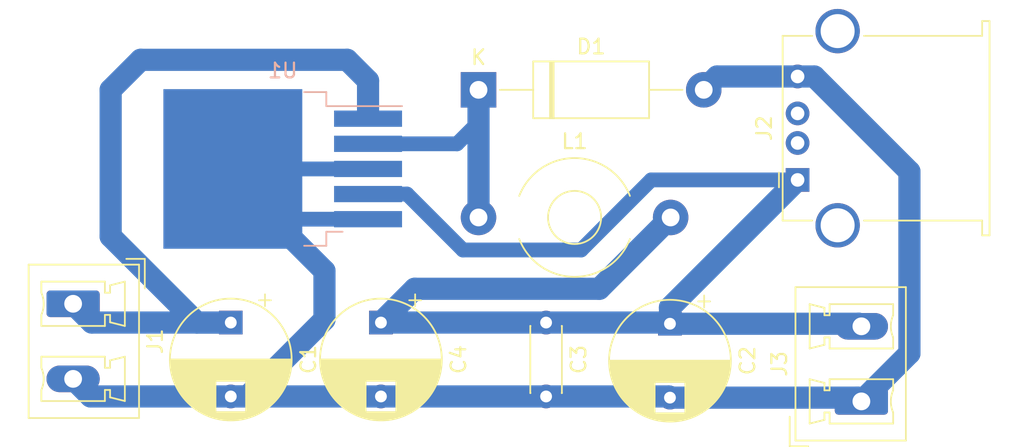
<source format=kicad_pcb>
(kicad_pcb (version 20171130) (host pcbnew 5.1.5-52549c5~84~ubuntu16.04.1)

  (general
    (thickness 1.6)
    (drawings 0)
    (tracks 51)
    (zones 0)
    (modules 10)
    (nets 6)
  )

  (page A4)
  (layers
    (0 F.Cu signal)
    (31 B.Cu signal)
    (32 B.Adhes user)
    (33 F.Adhes user)
    (34 B.Paste user)
    (35 F.Paste user)
    (36 B.SilkS user)
    (37 F.SilkS user)
    (38 B.Mask user)
    (39 F.Mask user)
    (40 Dwgs.User user)
    (41 Cmts.User user)
    (42 Eco1.User user)
    (43 Eco2.User user)
    (44 Edge.Cuts user)
    (45 Margin user)
    (46 B.CrtYd user)
    (47 F.CrtYd user)
    (48 B.Fab user)
    (49 F.Fab user)
  )

  (setup
    (last_trace_width 1.5)
    (trace_clearance 0.7)
    (zone_clearance 0.508)
    (zone_45_only no)
    (trace_min 0.2)
    (via_size 0.8)
    (via_drill 0.4)
    (via_min_size 0.4)
    (via_min_drill 0.3)
    (uvia_size 0.3)
    (uvia_drill 0.1)
    (uvias_allowed no)
    (uvia_min_size 0.2)
    (uvia_min_drill 0.1)
    (edge_width 0.05)
    (segment_width 0.2)
    (pcb_text_width 0.3)
    (pcb_text_size 1.5 1.5)
    (mod_edge_width 0.12)
    (mod_text_size 1 1)
    (mod_text_width 0.15)
    (pad_size 1.524 1.524)
    (pad_drill 0.762)
    (pad_to_mask_clearance 0.051)
    (solder_mask_min_width 0.25)
    (aux_axis_origin 0 0)
    (visible_elements FFFFFF7F)
    (pcbplotparams
      (layerselection 0x010fc_ffffffff)
      (usegerberextensions false)
      (usegerberattributes false)
      (usegerberadvancedattributes false)
      (creategerberjobfile false)
      (excludeedgelayer true)
      (linewidth 0.500000)
      (plotframeref false)
      (viasonmask false)
      (mode 1)
      (useauxorigin false)
      (hpglpennumber 1)
      (hpglpenspeed 20)
      (hpglpendiameter 15.000000)
      (psnegative false)
      (psa4output false)
      (plotreference true)
      (plotvalue true)
      (plotinvisibletext false)
      (padsonsilk false)
      (subtractmaskfromsilk false)
      (outputformat 1)
      (mirror false)
      (drillshape 1)
      (scaleselection 1)
      (outputdirectory ""))
  )

  (net 0 "")
  (net 1 "Net-(C1-Pad2)")
  (net 2 "Net-(C1-Pad1)")
  (net 3 "Net-(C2-Pad1)")
  (net 4 "Net-(D1-Pad1)")
  (net 5 "Net-(J2-Pad5)")

  (net_class Default "This is the default net class."
    (clearance 0.7)
    (trace_width 1.5)
    (via_dia 0.8)
    (via_drill 0.4)
    (uvia_dia 0.3)
    (uvia_drill 0.1)
    (add_net "Net-(C1-Pad1)")
    (add_net "Net-(C1-Pad2)")
    (add_net "Net-(C2-Pad1)")
    (add_net "Net-(D1-Pad1)")
    (add_net "Net-(J2-Pad5)")
  )

  (module Inductor_THT:L_Toroid_Horizontal_D7.8mm_P13.00mm_Diameter9-5mm_Amidon-T30 (layer F.Cu) (tedit 5AE59B06) (tstamp 5E5D85AE)
    (at 104.394 78.74)
    (descr "L_Toroid, Horizontal series, Radial, pin pitch=13.00mm, , diameter=7.7978mm, Diameter9-5mm, Amidon-T30")
    (tags "L_Toroid Horizontal series Radial pin pitch 13.00mm  diameter 7.7978mm Diameter9-5mm Amidon-T30")
    (path /5DA412EC)
    (fp_text reference L1 (at 6.5 -5.1489) (layer F.SilkS)
      (effects (font (size 1 1) (thickness 0.15)))
    )
    (fp_text value INDUCTOR (at 6.5 5.1489) (layer F.Fab)
      (effects (font (size 1 1) (thickness 0.15)))
    )
    (fp_text user %R (at 6.5 0) (layer F.Fab)
      (effects (font (size 1 1) (thickness 0.15)))
    )
    (fp_line (start 14.45 -4.15) (end -1.46 -4.15) (layer F.CrtYd) (width 0.05))
    (fp_line (start 14.45 4.15) (end 14.45 -4.15) (layer F.CrtYd) (width 0.05))
    (fp_line (start -1.46 4.15) (end 14.45 4.15) (layer F.CrtYd) (width 0.05))
    (fp_line (start -1.46 -4.15) (end -1.46 4.15) (layer F.CrtYd) (width 0.05))
    (fp_line (start 10.438522 -0.00073) (end 8.271265 0.474243) (layer F.Fab) (width 0.1))
    (fp_line (start 9.910526 -1.96984) (end 8.271089 -0.474899) (layer F.Fab) (width 0.1))
    (fp_line (start 8.468734 -3.411164) (end 7.796379 -1.296799) (layer F.Fab) (width 0.1))
    (fp_line (start 6.499453 -3.938522) (end 6.974325 -1.771243) (layer F.Fab) (width 0.1))
    (fp_line (start 4.530318 -3.410617) (end 6.025183 -1.771111) (layer F.Fab) (width 0.1))
    (fp_line (start 3.088927 -1.968892) (end 5.203261 -1.296439) (layer F.Fab) (width 0.1))
    (fp_line (start 2.561478 0.000365) (end 4.728779 -0.474407) (layer F.Fab) (width 0.1))
    (fp_line (start 3.089292 1.969524) (end 4.728867 0.474735) (layer F.Fab) (width 0.1))
    (fp_line (start 4.53095 3.410982) (end 5.203501 1.296679) (layer F.Fab) (width 0.1))
    (fp_line (start 6.500182 3.938522) (end 6.025511 1.771199) (layer F.Fab) (width 0.1))
    (fp_line (start 8.469366 3.410799) (end 6.974653 1.771155) (layer F.Fab) (width 0.1))
    (fp_line (start 9.910891 1.969208) (end 7.796619 1.296559) (layer F.Fab) (width 0.1))
    (fp_line (start 10.438522 0) (end 8.271177 0.474571) (layer F.Fab) (width 0.1))
    (fp_circle (center 6.5 0) (end 8.2977 0) (layer F.SilkS) (width 0.12))
    (fp_circle (center 6.5 0) (end 8.4177 0) (layer F.Fab) (width 0.1))
    (fp_circle (center 6.5 0) (end 10.3989 0) (layer F.Fab) (width 0.1))
    (fp_arc (start 6.5 0) (end 2.755677 1.46) (angle -137.396033) (layer F.SilkS) (width 0.12))
    (fp_arc (start 6.5 0) (end 2.755677 -1.46) (angle 137.396033) (layer F.SilkS) (width 0.12))
    (pad 2 thru_hole circle (at 13 0) (size 2.4 2.4) (drill 1.2) (layers *.Cu *.Mask)
      (net 3 "Net-(C2-Pad1)"))
    (pad 1 thru_hole circle (at 0 0) (size 2.4 2.4) (drill 1.2) (layers *.Cu *.Mask)
      (net 4 "Net-(D1-Pad1)"))
    (model ${KISYS3DMOD}/Inductor_THT.3dshapes/L_Toroid_Horizontal_D7.8mm_P13.00mm_Diameter9-5mm_Amidon-T30.wrl
      (at (xyz 0 0 0))
      (scale (xyz 1 1 1))
      (rotate (xyz 0 0 0))
    )
  )

  (module Package_TO_SOT_SMD:TO-263-5_TabPin3 (layer B.Cu) (tedit 5A70FBB6) (tstamp 5E5DCEA8)
    (at 91.144 75.457 180)
    (descr "TO-263 / D2PAK / DDPAK SMD package, http://www.infineon.com/cms/en/product/packages/PG-TO263/PG-TO263-5-1/")
    (tags "D2PAK DDPAK TO-263 D2PAK-5 TO-263-5 SOT-426")
    (path /5E5D6466)
    (attr smd)
    (fp_text reference U1 (at 0 6.65) (layer B.SilkS)
      (effects (font (size 1 1) (thickness 0.15)) (justify mirror))
    )
    (fp_text value LM2596S-5 (at 0 -6.65) (layer B.Fab)
      (effects (font (size 1 1) (thickness 0.15)) (justify mirror))
    )
    (fp_text user %R (at 0 0) (layer B.Fab)
      (effects (font (size 1 1) (thickness 0.15)) (justify mirror))
    )
    (fp_line (start 8.32 5.65) (end -8.32 5.65) (layer B.CrtYd) (width 0.05))
    (fp_line (start 8.32 -5.65) (end 8.32 5.65) (layer B.CrtYd) (width 0.05))
    (fp_line (start -8.32 -5.65) (end 8.32 -5.65) (layer B.CrtYd) (width 0.05))
    (fp_line (start -8.32 5.65) (end -8.32 -5.65) (layer B.CrtYd) (width 0.05))
    (fp_line (start -2.95 -4.25) (end -4.05 -4.25) (layer B.SilkS) (width 0.12))
    (fp_line (start -2.95 -5.2) (end -2.95 -4.25) (layer B.SilkS) (width 0.12))
    (fp_line (start -1.45 -5.2) (end -2.95 -5.2) (layer B.SilkS) (width 0.12))
    (fp_line (start -2.95 4.25) (end -8.075 4.25) (layer B.SilkS) (width 0.12))
    (fp_line (start -2.95 5.2) (end -2.95 4.25) (layer B.SilkS) (width 0.12))
    (fp_line (start -1.45 5.2) (end -2.95 5.2) (layer B.SilkS) (width 0.12))
    (fp_line (start -7.45 -3.8) (end -2.75 -3.8) (layer B.Fab) (width 0.1))
    (fp_line (start -7.45 -3) (end -7.45 -3.8) (layer B.Fab) (width 0.1))
    (fp_line (start -2.75 -3) (end -7.45 -3) (layer B.Fab) (width 0.1))
    (fp_line (start -7.45 -2.1) (end -2.75 -2.1) (layer B.Fab) (width 0.1))
    (fp_line (start -7.45 -1.3) (end -7.45 -2.1) (layer B.Fab) (width 0.1))
    (fp_line (start -2.75 -1.3) (end -7.45 -1.3) (layer B.Fab) (width 0.1))
    (fp_line (start -7.45 -0.4) (end -2.75 -0.4) (layer B.Fab) (width 0.1))
    (fp_line (start -7.45 0.4) (end -7.45 -0.4) (layer B.Fab) (width 0.1))
    (fp_line (start -2.75 0.4) (end -7.45 0.4) (layer B.Fab) (width 0.1))
    (fp_line (start -7.45 1.3) (end -2.75 1.3) (layer B.Fab) (width 0.1))
    (fp_line (start -7.45 2.1) (end -7.45 1.3) (layer B.Fab) (width 0.1))
    (fp_line (start -2.75 2.1) (end -7.45 2.1) (layer B.Fab) (width 0.1))
    (fp_line (start -7.45 3) (end -2.75 3) (layer B.Fab) (width 0.1))
    (fp_line (start -7.45 3.8) (end -7.45 3) (layer B.Fab) (width 0.1))
    (fp_line (start -2.75 3.8) (end -7.45 3.8) (layer B.Fab) (width 0.1))
    (fp_line (start -1.75 5) (end 6.5 5) (layer B.Fab) (width 0.1))
    (fp_line (start -2.75 4) (end -1.75 5) (layer B.Fab) (width 0.1))
    (fp_line (start -2.75 -5) (end -2.75 4) (layer B.Fab) (width 0.1))
    (fp_line (start 6.5 -5) (end -2.75 -5) (layer B.Fab) (width 0.1))
    (fp_line (start 6.5 5) (end 6.5 -5) (layer B.Fab) (width 0.1))
    (fp_line (start 7.5 -5) (end 6.5 -5) (layer B.Fab) (width 0.1))
    (fp_line (start 7.5 5) (end 7.5 -5) (layer B.Fab) (width 0.1))
    (fp_line (start 6.5 5) (end 7.5 5) (layer B.Fab) (width 0.1))
    (pad "" smd rect (at 0.95 -2.775 180) (size 4.55 5.25) (layers B.Paste))
    (pad "" smd rect (at 5.8 2.775 180) (size 4.55 5.25) (layers B.Paste))
    (pad "" smd rect (at 0.95 2.775 180) (size 4.55 5.25) (layers B.Paste))
    (pad "" smd rect (at 5.8 -2.775 180) (size 4.55 5.25) (layers B.Paste))
    (pad 3 smd rect (at 3.375 0 180) (size 9.4 10.8) (layers B.Cu B.Mask)
      (net 1 "Net-(C1-Pad2)"))
    (pad 5 smd rect (at -5.775 -3.4 180) (size 4.6 1.1) (layers B.Cu B.Paste B.Mask)
      (net 1 "Net-(C1-Pad2)"))
    (pad 4 smd rect (at -5.775 -1.7 180) (size 4.6 1.1) (layers B.Cu B.Paste B.Mask)
      (net 3 "Net-(C2-Pad1)"))
    (pad 3 smd rect (at -5.775 0 180) (size 4.6 1.1) (layers B.Cu B.Paste B.Mask)
      (net 1 "Net-(C1-Pad2)"))
    (pad 2 smd rect (at -5.775 1.7 180) (size 4.6 1.1) (layers B.Cu B.Paste B.Mask)
      (net 4 "Net-(D1-Pad1)"))
    (pad 1 smd rect (at -5.775 3.4 180) (size 4.6 1.1) (layers B.Cu B.Paste B.Mask)
      (net 2 "Net-(C1-Pad1)"))
    (model ${KISYS3DMOD}/Package_TO_SOT_SMD.3dshapes/TO-263-5_TabPin3.wrl
      (at (xyz 0 0 0))
      (scale (xyz 1 1 1))
      (rotate (xyz 0 0 0))
    )
  )

  (module Connector_Phoenix_MC_HighVoltage:PhoenixContact_MCV_1,5_2-G-5.08_1x02_P5.08mm_Vertical (layer F.Cu) (tedit 5B784ED3) (tstamp 5E5D8591)
    (at 130.302 91.186 90)
    (descr "Generic Phoenix Contact connector footprint for: MCV_1,5/2-G-5.08; number of pins: 02; pin pitch: 5.08mm; Vertical || order number: 1836299 8A 320V")
    (tags "phoenix_contact connector MCV_01x02_G_5.08mm")
    (path /5E5E3A6A)
    (fp_text reference J3 (at 2.54 -5.55 90) (layer F.SilkS)
      (effects (font (size 1 1) (thickness 0.15)))
    )
    (fp_text value out (at 2.54 4.1 90) (layer F.Fab)
      (effects (font (size 1 1) (thickness 0.15)))
    )
    (fp_text user %R (at 2.54 -3.65 90) (layer F.Fab)
      (effects (font (size 1 1) (thickness 0.15)))
    )
    (fp_line (start -3.04 -4.85) (end -1.04 -4.85) (layer F.Fab) (width 0.1))
    (fp_line (start -3.04 -3.6) (end -3.04 -4.85) (layer F.Fab) (width 0.1))
    (fp_line (start -3.04 -4.85) (end -1.04 -4.85) (layer F.SilkS) (width 0.12))
    (fp_line (start -3.04 -3.6) (end -3.04 -4.85) (layer F.SilkS) (width 0.12))
    (fp_line (start 8.12 -4.85) (end -3.04 -4.85) (layer F.CrtYd) (width 0.05))
    (fp_line (start 8.12 3.4) (end 8.12 -4.85) (layer F.CrtYd) (width 0.05))
    (fp_line (start -3.04 3.4) (end 8.12 3.4) (layer F.CrtYd) (width 0.05))
    (fp_line (start -3.04 -4.85) (end -3.04 3.4) (layer F.CrtYd) (width 0.05))
    (fp_line (start 6.58 2.15) (end 5.83 2.15) (layer F.SilkS) (width 0.12))
    (fp_line (start 6.58 -2.15) (end 6.58 2.15) (layer F.SilkS) (width 0.12))
    (fp_line (start 5.83 -2.15) (end 6.58 -2.15) (layer F.SilkS) (width 0.12))
    (fp_line (start 5.83 -2.5) (end 5.83 -2.15) (layer F.SilkS) (width 0.12))
    (fp_line (start 6.33 -2.5) (end 5.83 -2.5) (layer F.SilkS) (width 0.12))
    (fp_line (start 6.58 -3.5) (end 6.33 -2.5) (layer F.SilkS) (width 0.12))
    (fp_line (start 3.58 -3.5) (end 6.58 -3.5) (layer F.SilkS) (width 0.12))
    (fp_line (start 3.83 -2.5) (end 3.58 -3.5) (layer F.SilkS) (width 0.12))
    (fp_line (start 4.33 -2.5) (end 3.83 -2.5) (layer F.SilkS) (width 0.12))
    (fp_line (start 4.33 -2.15) (end 4.33 -2.5) (layer F.SilkS) (width 0.12))
    (fp_line (start 3.58 -2.15) (end 4.33 -2.15) (layer F.SilkS) (width 0.12))
    (fp_line (start 3.58 2.15) (end 3.58 -2.15) (layer F.SilkS) (width 0.12))
    (fp_line (start 4.33 2.15) (end 3.58 2.15) (layer F.SilkS) (width 0.12))
    (fp_line (start 1.5 2.15) (end 0.75 2.15) (layer F.SilkS) (width 0.12))
    (fp_line (start 1.5 -2.15) (end 1.5 2.15) (layer F.SilkS) (width 0.12))
    (fp_line (start 0.75 -2.15) (end 1.5 -2.15) (layer F.SilkS) (width 0.12))
    (fp_line (start 0.75 -2.5) (end 0.75 -2.15) (layer F.SilkS) (width 0.12))
    (fp_line (start 1.25 -2.5) (end 0.75 -2.5) (layer F.SilkS) (width 0.12))
    (fp_line (start 1.5 -3.5) (end 1.25 -2.5) (layer F.SilkS) (width 0.12))
    (fp_line (start -1.5 -3.5) (end 1.5 -3.5) (layer F.SilkS) (width 0.12))
    (fp_line (start -1.25 -2.5) (end -1.5 -3.5) (layer F.SilkS) (width 0.12))
    (fp_line (start -0.75 -2.5) (end -1.25 -2.5) (layer F.SilkS) (width 0.12))
    (fp_line (start -0.75 -2.15) (end -0.75 -2.5) (layer F.SilkS) (width 0.12))
    (fp_line (start -1.5 -2.15) (end -0.75 -2.15) (layer F.SilkS) (width 0.12))
    (fp_line (start -1.5 2.15) (end -1.5 -2.15) (layer F.SilkS) (width 0.12))
    (fp_line (start -0.75 2.15) (end -1.5 2.15) (layer F.SilkS) (width 0.12))
    (fp_line (start 7.62 -4.35) (end -2.54 -4.35) (layer F.Fab) (width 0.1))
    (fp_line (start 7.62 2.9) (end 7.62 -4.35) (layer F.Fab) (width 0.1))
    (fp_line (start -2.54 2.9) (end 7.62 2.9) (layer F.Fab) (width 0.1))
    (fp_line (start -2.54 -4.35) (end -2.54 2.9) (layer F.Fab) (width 0.1))
    (fp_line (start 7.73 -4.46) (end -2.65 -4.46) (layer F.SilkS) (width 0.12))
    (fp_line (start 7.73 3.01) (end 7.73 -4.46) (layer F.SilkS) (width 0.12))
    (fp_line (start -2.65 3.01) (end 7.73 3.01) (layer F.SilkS) (width 0.12))
    (fp_line (start -2.65 -4.46) (end -2.65 3.01) (layer F.SilkS) (width 0.12))
    (fp_arc (start 5.08 3.85) (end 4.33 2.15) (angle 47.6) (layer F.SilkS) (width 0.12))
    (fp_arc (start 0 3.85) (end -0.75 2.15) (angle 47.6) (layer F.SilkS) (width 0.12))
    (pad 2 thru_hole oval (at 5.08 0 90) (size 1.8 3.6) (drill 1.2) (layers *.Cu *.Mask)
      (net 3 "Net-(C2-Pad1)"))
    (pad 1 thru_hole roundrect (at 0 0 90) (size 1.8 3.6) (drill 1.2) (layers *.Cu *.Mask) (roundrect_rratio 0.138889)
      (net 1 "Net-(C1-Pad2)"))
    (model ${KISYS3DMOD}/Connector_Phoenix_MC_HighVoltage.3dshapes/PhoenixContact_MCV_1,5_2-G-5.08_1x02_P5.08mm_Vertical.wrl
      (at (xyz 0 0 0))
      (scale (xyz 1 1 1))
      (rotate (xyz 0 0 0))
    )
  )

  (module Connector_USB:USB_A_Stewart_SS-52100-001_Horizontal (layer F.Cu) (tedit 5CB49A87) (tstamp 5E5D855E)
    (at 125.984 76.2 90)
    (descr "USB A connector https://belfuse.com/resources/drawings/stewartconnector/dr-stw-ss-52100-001.pdf")
    (tags "USB_A Female Connector receptacle")
    (path /5E5EC988)
    (fp_text reference J2 (at 3.5 -2.26 90) (layer F.SilkS)
      (effects (font (size 1 1) (thickness 0.15)))
    )
    (fp_text value USB_A (at 3.5 14.49 90) (layer F.Fab)
      (effects (font (size 1 1) (thickness 0.15)))
    )
    (fp_line (start -5.15 1.99) (end -4.25 0.69) (layer F.CrtYd) (width 0.05))
    (fp_line (start -5.15 3.44) (end -5.15 1.99) (layer F.CrtYd) (width 0.05))
    (fp_line (start -3.25 4.74) (end -4.25 4.74) (layer F.CrtYd) (width 0.05))
    (fp_line (start -5.15 3.44) (end -4.25 4.74) (layer F.CrtYd) (width 0.05))
    (fp_line (start -3.25 0.69) (end -4.25 0.69) (layer F.CrtYd) (width 0.05))
    (fp_line (start 12.15 3.44) (end 11.25 4.74) (layer F.CrtYd) (width 0.05))
    (fp_line (start -3.25 0.69) (end -3.25 -1.51) (layer F.CrtYd) (width 0.05))
    (fp_line (start 10.25 -1.51) (end -3.25 -1.51) (layer F.CrtYd) (width 0.05))
    (fp_line (start 10.25 0.69) (end 10.25 -1.51) (layer F.CrtYd) (width 0.05))
    (fp_line (start 12.15 1.99) (end 12.15 3.44) (layer F.CrtYd) (width 0.05))
    (fp_line (start 10.25 0.69) (end 11.25 0.69) (layer F.CrtYd) (width 0.05))
    (fp_line (start 12.15 1.99) (end 11.25 0.69) (layer F.CrtYd) (width 0.05))
    (fp_line (start 10.75 12.49) (end 10.75 12.99) (layer F.Fab) (width 0.1))
    (fp_line (start 9.75 12.49) (end 10.75 12.49) (layer F.Fab) (width 0.1))
    (fp_line (start -3.75 12.49) (end -2.75 12.49) (layer F.Fab) (width 0.1))
    (fp_line (start -3.75 12.99) (end -3.75 12.49) (layer F.Fab) (width 0.1))
    (fp_line (start -3.75 12.99) (end 10.75 12.99) (layer F.Fab) (width 0.1))
    (fp_line (start -2.75 12.49) (end -2.75 -1.01) (layer F.Fab) (width 0.1))
    (fp_line (start -2.75 -1.01) (end 9.75 -1.01) (layer F.Fab) (width 0.1))
    (fp_line (start 9.75 12.49) (end 9.75 -1.01) (layer F.Fab) (width 0.1))
    (fp_text user %R (at 3.5 5.99 90) (layer F.Fab)
      (effects (font (size 1 1) (thickness 0.15)))
    )
    (fp_line (start -3.75 12.99) (end 10.75 12.99) (layer F.SilkS) (width 0.12))
    (fp_line (start 10.75 12.99) (end 10.75 12.49) (layer F.SilkS) (width 0.12))
    (fp_line (start 10.75 12.49) (end 9.75 12.49) (layer F.SilkS) (width 0.12))
    (fp_line (start 9.75 12.49) (end 9.75 4.49) (layer F.SilkS) (width 0.12))
    (fp_line (start 9.75 0.99) (end 9.75 -1.01) (layer F.SilkS) (width 0.12))
    (fp_line (start 9.75 -1.01) (end -2.75 -1.01) (layer F.SilkS) (width 0.12))
    (fp_line (start -2.75 -1.01) (end -2.75 0.99) (layer F.SilkS) (width 0.12))
    (fp_line (start -2.75 4.49) (end -2.75 12.49) (layer F.SilkS) (width 0.12))
    (fp_line (start -2.75 12.49) (end -3.75 12.49) (layer F.SilkS) (width 0.12))
    (fp_line (start -3.75 12.49) (end -3.75 12.99) (layer F.SilkS) (width 0.12))
    (fp_line (start -0.5 -1.26) (end 0.5 -1.26) (layer F.SilkS) (width 0.12))
    (fp_line (start -0.25 -1.01) (end 0 -0.76) (layer F.Fab) (width 0.1))
    (fp_line (start 0 -0.76) (end 0.25 -1.01) (layer F.Fab) (width 0.1))
    (fp_line (start -3.25 4.74) (end -3.25 11.99) (layer F.CrtYd) (width 0.05))
    (fp_line (start -3.25 11.99) (end -4.25 11.99) (layer F.CrtYd) (width 0.05))
    (fp_line (start -4.25 11.99) (end -4.25 13.49) (layer F.CrtYd) (width 0.05))
    (fp_line (start -4.25 13.49) (end 11.25 13.49) (layer F.CrtYd) (width 0.05))
    (fp_line (start 11.25 13.49) (end 11.25 11.99) (layer F.CrtYd) (width 0.05))
    (fp_line (start 11.25 11.99) (end 10.25 11.99) (layer F.CrtYd) (width 0.05))
    (fp_line (start 10.25 11.99) (end 10.25 4.74) (layer F.CrtYd) (width 0.05))
    (fp_line (start 10.25 4.74) (end 11.25 4.74) (layer F.CrtYd) (width 0.05))
    (pad 4 thru_hole circle (at 7 0 90) (size 1.6 1.6) (drill 0.92) (layers *.Cu *.Mask)
      (net 1 "Net-(C1-Pad2)"))
    (pad 3 thru_hole circle (at 4.5 0 90) (size 1.6 1.6) (drill 0.92) (layers *.Cu *.Mask))
    (pad 2 thru_hole circle (at 2.5 0 90) (size 1.6 1.6) (drill 0.92) (layers *.Cu *.Mask))
    (pad 1 thru_hole rect (at 0 0 90) (size 1.6 1.6) (drill 0.92) (layers *.Cu *.Mask)
      (net 3 "Net-(C2-Pad1)"))
    (pad 5 thru_hole circle (at -3.07 2.71 90) (size 3 3) (drill 2.3) (layers *.Cu *.Mask)
      (net 5 "Net-(J2-Pad5)"))
    (pad 5 thru_hole circle (at 10.07 2.71 90) (size 3 3) (drill 2.3) (layers *.Cu *.Mask)
      (net 5 "Net-(J2-Pad5)"))
    (model ${KISYS3DMOD}/Connector_USB.3dshapes/USB_A_Stewart_SS-52100-001_Horizontal.wrl
      (at (xyz 0 0 0))
      (scale (xyz 1 1 1))
      (rotate (xyz 0 0 0))
    )
  )

  (module Connector_Phoenix_MC_HighVoltage:PhoenixContact_MCV_1,5_2-G-5.08_1x02_P5.08mm_Vertical (layer F.Cu) (tedit 5B784ED3) (tstamp 5E5D852A)
    (at 76.962 84.582 270)
    (descr "Generic Phoenix Contact connector footprint for: MCV_1,5/2-G-5.08; number of pins: 02; pin pitch: 5.08mm; Vertical || order number: 1836299 8A 320V")
    (tags "phoenix_contact connector MCV_01x02_G_5.08mm")
    (path /5E60A7BE)
    (fp_text reference J1 (at 2.54 -5.55 90) (layer F.SilkS)
      (effects (font (size 1 1) (thickness 0.15)))
    )
    (fp_text value in (at 2.54 4.1 90) (layer F.Fab)
      (effects (font (size 1 1) (thickness 0.15)))
    )
    (fp_text user %R (at 2.54 -3.65 90) (layer F.Fab)
      (effects (font (size 1 1) (thickness 0.15)))
    )
    (fp_line (start -3.04 -4.85) (end -1.04 -4.85) (layer F.Fab) (width 0.1))
    (fp_line (start -3.04 -3.6) (end -3.04 -4.85) (layer F.Fab) (width 0.1))
    (fp_line (start -3.04 -4.85) (end -1.04 -4.85) (layer F.SilkS) (width 0.12))
    (fp_line (start -3.04 -3.6) (end -3.04 -4.85) (layer F.SilkS) (width 0.12))
    (fp_line (start 8.12 -4.85) (end -3.04 -4.85) (layer F.CrtYd) (width 0.05))
    (fp_line (start 8.12 3.4) (end 8.12 -4.85) (layer F.CrtYd) (width 0.05))
    (fp_line (start -3.04 3.4) (end 8.12 3.4) (layer F.CrtYd) (width 0.05))
    (fp_line (start -3.04 -4.85) (end -3.04 3.4) (layer F.CrtYd) (width 0.05))
    (fp_line (start 6.58 2.15) (end 5.83 2.15) (layer F.SilkS) (width 0.12))
    (fp_line (start 6.58 -2.15) (end 6.58 2.15) (layer F.SilkS) (width 0.12))
    (fp_line (start 5.83 -2.15) (end 6.58 -2.15) (layer F.SilkS) (width 0.12))
    (fp_line (start 5.83 -2.5) (end 5.83 -2.15) (layer F.SilkS) (width 0.12))
    (fp_line (start 6.33 -2.5) (end 5.83 -2.5) (layer F.SilkS) (width 0.12))
    (fp_line (start 6.58 -3.5) (end 6.33 -2.5) (layer F.SilkS) (width 0.12))
    (fp_line (start 3.58 -3.5) (end 6.58 -3.5) (layer F.SilkS) (width 0.12))
    (fp_line (start 3.83 -2.5) (end 3.58 -3.5) (layer F.SilkS) (width 0.12))
    (fp_line (start 4.33 -2.5) (end 3.83 -2.5) (layer F.SilkS) (width 0.12))
    (fp_line (start 4.33 -2.15) (end 4.33 -2.5) (layer F.SilkS) (width 0.12))
    (fp_line (start 3.58 -2.15) (end 4.33 -2.15) (layer F.SilkS) (width 0.12))
    (fp_line (start 3.58 2.15) (end 3.58 -2.15) (layer F.SilkS) (width 0.12))
    (fp_line (start 4.33 2.15) (end 3.58 2.15) (layer F.SilkS) (width 0.12))
    (fp_line (start 1.5 2.15) (end 0.75 2.15) (layer F.SilkS) (width 0.12))
    (fp_line (start 1.5 -2.15) (end 1.5 2.15) (layer F.SilkS) (width 0.12))
    (fp_line (start 0.75 -2.15) (end 1.5 -2.15) (layer F.SilkS) (width 0.12))
    (fp_line (start 0.75 -2.5) (end 0.75 -2.15) (layer F.SilkS) (width 0.12))
    (fp_line (start 1.25 -2.5) (end 0.75 -2.5) (layer F.SilkS) (width 0.12))
    (fp_line (start 1.5 -3.5) (end 1.25 -2.5) (layer F.SilkS) (width 0.12))
    (fp_line (start -1.5 -3.5) (end 1.5 -3.5) (layer F.SilkS) (width 0.12))
    (fp_line (start -1.25 -2.5) (end -1.5 -3.5) (layer F.SilkS) (width 0.12))
    (fp_line (start -0.75 -2.5) (end -1.25 -2.5) (layer F.SilkS) (width 0.12))
    (fp_line (start -0.75 -2.15) (end -0.75 -2.5) (layer F.SilkS) (width 0.12))
    (fp_line (start -1.5 -2.15) (end -0.75 -2.15) (layer F.SilkS) (width 0.12))
    (fp_line (start -1.5 2.15) (end -1.5 -2.15) (layer F.SilkS) (width 0.12))
    (fp_line (start -0.75 2.15) (end -1.5 2.15) (layer F.SilkS) (width 0.12))
    (fp_line (start 7.62 -4.35) (end -2.54 -4.35) (layer F.Fab) (width 0.1))
    (fp_line (start 7.62 2.9) (end 7.62 -4.35) (layer F.Fab) (width 0.1))
    (fp_line (start -2.54 2.9) (end 7.62 2.9) (layer F.Fab) (width 0.1))
    (fp_line (start -2.54 -4.35) (end -2.54 2.9) (layer F.Fab) (width 0.1))
    (fp_line (start 7.73 -4.46) (end -2.65 -4.46) (layer F.SilkS) (width 0.12))
    (fp_line (start 7.73 3.01) (end 7.73 -4.46) (layer F.SilkS) (width 0.12))
    (fp_line (start -2.65 3.01) (end 7.73 3.01) (layer F.SilkS) (width 0.12))
    (fp_line (start -2.65 -4.46) (end -2.65 3.01) (layer F.SilkS) (width 0.12))
    (fp_arc (start 5.08 3.85) (end 4.33 2.15) (angle 47.6) (layer F.SilkS) (width 0.12))
    (fp_arc (start 0 3.85) (end -0.75 2.15) (angle 47.6) (layer F.SilkS) (width 0.12))
    (pad 2 thru_hole oval (at 5.08 0 270) (size 1.8 3.6) (drill 1.2) (layers *.Cu *.Mask)
      (net 1 "Net-(C1-Pad2)"))
    (pad 1 thru_hole roundrect (at 0 0 270) (size 1.8 3.6) (drill 1.2) (layers *.Cu *.Mask) (roundrect_rratio 0.138889)
      (net 2 "Net-(C1-Pad1)"))
    (model ${KISYS3DMOD}/Connector_Phoenix_MC_HighVoltage.3dshapes/PhoenixContact_MCV_1,5_2-G-5.08_1x02_P5.08mm_Vertical.wrl
      (at (xyz 0 0 0))
      (scale (xyz 1 1 1))
      (rotate (xyz 0 0 0))
    )
  )

  (module Diode_THT:D_DO-15_P15.24mm_Horizontal (layer F.Cu) (tedit 5AE50CD5) (tstamp 5E5D84F7)
    (at 104.394 70.104)
    (descr "Diode, DO-15 series, Axial, Horizontal, pin pitch=15.24mm, , length*diameter=7.6*3.6mm^2, , http://www.diodes.com/_files/packages/DO-15.pdf")
    (tags "Diode DO-15 series Axial Horizontal pin pitch 15.24mm  length 7.6mm diameter 3.6mm")
    (path /5DA40C8D)
    (fp_text reference D1 (at 7.62 -2.92) (layer F.SilkS)
      (effects (font (size 1 1) (thickness 0.15)))
    )
    (fp_text value D_Schottky (at 7.62 2.92) (layer F.Fab)
      (effects (font (size 1 1) (thickness 0.15)))
    )
    (fp_text user K (at 0 -2.2) (layer F.SilkS)
      (effects (font (size 1 1) (thickness 0.15)))
    )
    (fp_text user K (at 0 -2.2) (layer F.Fab)
      (effects (font (size 1 1) (thickness 0.15)))
    )
    (fp_text user %R (at 8.19 0) (layer F.Fab)
      (effects (font (size 1 1) (thickness 0.15)))
    )
    (fp_line (start 16.69 -2.05) (end -1.45 -2.05) (layer F.CrtYd) (width 0.05))
    (fp_line (start 16.69 2.05) (end 16.69 -2.05) (layer F.CrtYd) (width 0.05))
    (fp_line (start -1.45 2.05) (end 16.69 2.05) (layer F.CrtYd) (width 0.05))
    (fp_line (start -1.45 -2.05) (end -1.45 2.05) (layer F.CrtYd) (width 0.05))
    (fp_line (start 4.84 -1.92) (end 4.84 1.92) (layer F.SilkS) (width 0.12))
    (fp_line (start 5.08 -1.92) (end 5.08 1.92) (layer F.SilkS) (width 0.12))
    (fp_line (start 4.96 -1.92) (end 4.96 1.92) (layer F.SilkS) (width 0.12))
    (fp_line (start 13.8 0) (end 11.54 0) (layer F.SilkS) (width 0.12))
    (fp_line (start 1.44 0) (end 3.7 0) (layer F.SilkS) (width 0.12))
    (fp_line (start 11.54 -1.92) (end 3.7 -1.92) (layer F.SilkS) (width 0.12))
    (fp_line (start 11.54 1.92) (end 11.54 -1.92) (layer F.SilkS) (width 0.12))
    (fp_line (start 3.7 1.92) (end 11.54 1.92) (layer F.SilkS) (width 0.12))
    (fp_line (start 3.7 -1.92) (end 3.7 1.92) (layer F.SilkS) (width 0.12))
    (fp_line (start 4.86 -1.8) (end 4.86 1.8) (layer F.Fab) (width 0.1))
    (fp_line (start 5.06 -1.8) (end 5.06 1.8) (layer F.Fab) (width 0.1))
    (fp_line (start 4.96 -1.8) (end 4.96 1.8) (layer F.Fab) (width 0.1))
    (fp_line (start 15.24 0) (end 11.42 0) (layer F.Fab) (width 0.1))
    (fp_line (start 0 0) (end 3.82 0) (layer F.Fab) (width 0.1))
    (fp_line (start 11.42 -1.8) (end 3.82 -1.8) (layer F.Fab) (width 0.1))
    (fp_line (start 11.42 1.8) (end 11.42 -1.8) (layer F.Fab) (width 0.1))
    (fp_line (start 3.82 1.8) (end 11.42 1.8) (layer F.Fab) (width 0.1))
    (fp_line (start 3.82 -1.8) (end 3.82 1.8) (layer F.Fab) (width 0.1))
    (pad 2 thru_hole oval (at 15.24 0) (size 2.4 2.4) (drill 1.2) (layers *.Cu *.Mask)
      (net 1 "Net-(C1-Pad2)"))
    (pad 1 thru_hole rect (at 0 0) (size 2.4 2.4) (drill 1.2) (layers *.Cu *.Mask)
      (net 4 "Net-(D1-Pad1)"))
    (model ${KISYS3DMOD}/Diode_THT.3dshapes/D_DO-15_P15.24mm_Horizontal.wrl
      (at (xyz 0 0 0))
      (scale (xyz 1 1 1))
      (rotate (xyz 0 0 0))
    )
  )

  (module Capacitor_THT:CP_Radial_D8.0mm_P5.00mm (layer F.Cu) (tedit 5AE50EF0) (tstamp 5E5DD389)
    (at 97.79 85.852 270)
    (descr "CP, Radial series, Radial, pin pitch=5.00mm, , diameter=8mm, Electrolytic Capacitor")
    (tags "CP Radial series Radial pin pitch 5.00mm  diameter 8mm Electrolytic Capacitor")
    (path /5E5DF7A5)
    (fp_text reference C4 (at 2.5 -5.25 90) (layer F.SilkS)
      (effects (font (size 1 1) (thickness 0.15)))
    )
    (fp_text value 450uF (at 2.5 5.25 90) (layer F.Fab)
      (effects (font (size 1 1) (thickness 0.15)))
    )
    (fp_text user %R (at 2.5 0 90) (layer F.Fab)
      (effects (font (size 1 1) (thickness 0.15)))
    )
    (fp_line (start -1.509698 -2.715) (end -1.509698 -1.915) (layer F.SilkS) (width 0.12))
    (fp_line (start -1.909698 -2.315) (end -1.109698 -2.315) (layer F.SilkS) (width 0.12))
    (fp_line (start 6.581 -0.533) (end 6.581 0.533) (layer F.SilkS) (width 0.12))
    (fp_line (start 6.541 -0.768) (end 6.541 0.768) (layer F.SilkS) (width 0.12))
    (fp_line (start 6.501 -0.948) (end 6.501 0.948) (layer F.SilkS) (width 0.12))
    (fp_line (start 6.461 -1.098) (end 6.461 1.098) (layer F.SilkS) (width 0.12))
    (fp_line (start 6.421 -1.229) (end 6.421 1.229) (layer F.SilkS) (width 0.12))
    (fp_line (start 6.381 -1.346) (end 6.381 1.346) (layer F.SilkS) (width 0.12))
    (fp_line (start 6.341 -1.453) (end 6.341 1.453) (layer F.SilkS) (width 0.12))
    (fp_line (start 6.301 -1.552) (end 6.301 1.552) (layer F.SilkS) (width 0.12))
    (fp_line (start 6.261 -1.645) (end 6.261 1.645) (layer F.SilkS) (width 0.12))
    (fp_line (start 6.221 -1.731) (end 6.221 1.731) (layer F.SilkS) (width 0.12))
    (fp_line (start 6.181 -1.813) (end 6.181 1.813) (layer F.SilkS) (width 0.12))
    (fp_line (start 6.141 -1.89) (end 6.141 1.89) (layer F.SilkS) (width 0.12))
    (fp_line (start 6.101 -1.964) (end 6.101 1.964) (layer F.SilkS) (width 0.12))
    (fp_line (start 6.061 -2.034) (end 6.061 2.034) (layer F.SilkS) (width 0.12))
    (fp_line (start 6.021 1.04) (end 6.021 2.102) (layer F.SilkS) (width 0.12))
    (fp_line (start 6.021 -2.102) (end 6.021 -1.04) (layer F.SilkS) (width 0.12))
    (fp_line (start 5.981 1.04) (end 5.981 2.166) (layer F.SilkS) (width 0.12))
    (fp_line (start 5.981 -2.166) (end 5.981 -1.04) (layer F.SilkS) (width 0.12))
    (fp_line (start 5.941 1.04) (end 5.941 2.228) (layer F.SilkS) (width 0.12))
    (fp_line (start 5.941 -2.228) (end 5.941 -1.04) (layer F.SilkS) (width 0.12))
    (fp_line (start 5.901 1.04) (end 5.901 2.287) (layer F.SilkS) (width 0.12))
    (fp_line (start 5.901 -2.287) (end 5.901 -1.04) (layer F.SilkS) (width 0.12))
    (fp_line (start 5.861 1.04) (end 5.861 2.345) (layer F.SilkS) (width 0.12))
    (fp_line (start 5.861 -2.345) (end 5.861 -1.04) (layer F.SilkS) (width 0.12))
    (fp_line (start 5.821 1.04) (end 5.821 2.4) (layer F.SilkS) (width 0.12))
    (fp_line (start 5.821 -2.4) (end 5.821 -1.04) (layer F.SilkS) (width 0.12))
    (fp_line (start 5.781 1.04) (end 5.781 2.454) (layer F.SilkS) (width 0.12))
    (fp_line (start 5.781 -2.454) (end 5.781 -1.04) (layer F.SilkS) (width 0.12))
    (fp_line (start 5.741 1.04) (end 5.741 2.505) (layer F.SilkS) (width 0.12))
    (fp_line (start 5.741 -2.505) (end 5.741 -1.04) (layer F.SilkS) (width 0.12))
    (fp_line (start 5.701 1.04) (end 5.701 2.556) (layer F.SilkS) (width 0.12))
    (fp_line (start 5.701 -2.556) (end 5.701 -1.04) (layer F.SilkS) (width 0.12))
    (fp_line (start 5.661 1.04) (end 5.661 2.604) (layer F.SilkS) (width 0.12))
    (fp_line (start 5.661 -2.604) (end 5.661 -1.04) (layer F.SilkS) (width 0.12))
    (fp_line (start 5.621 1.04) (end 5.621 2.651) (layer F.SilkS) (width 0.12))
    (fp_line (start 5.621 -2.651) (end 5.621 -1.04) (layer F.SilkS) (width 0.12))
    (fp_line (start 5.581 1.04) (end 5.581 2.697) (layer F.SilkS) (width 0.12))
    (fp_line (start 5.581 -2.697) (end 5.581 -1.04) (layer F.SilkS) (width 0.12))
    (fp_line (start 5.541 1.04) (end 5.541 2.741) (layer F.SilkS) (width 0.12))
    (fp_line (start 5.541 -2.741) (end 5.541 -1.04) (layer F.SilkS) (width 0.12))
    (fp_line (start 5.501 1.04) (end 5.501 2.784) (layer F.SilkS) (width 0.12))
    (fp_line (start 5.501 -2.784) (end 5.501 -1.04) (layer F.SilkS) (width 0.12))
    (fp_line (start 5.461 1.04) (end 5.461 2.826) (layer F.SilkS) (width 0.12))
    (fp_line (start 5.461 -2.826) (end 5.461 -1.04) (layer F.SilkS) (width 0.12))
    (fp_line (start 5.421 1.04) (end 5.421 2.867) (layer F.SilkS) (width 0.12))
    (fp_line (start 5.421 -2.867) (end 5.421 -1.04) (layer F.SilkS) (width 0.12))
    (fp_line (start 5.381 1.04) (end 5.381 2.907) (layer F.SilkS) (width 0.12))
    (fp_line (start 5.381 -2.907) (end 5.381 -1.04) (layer F.SilkS) (width 0.12))
    (fp_line (start 5.341 1.04) (end 5.341 2.945) (layer F.SilkS) (width 0.12))
    (fp_line (start 5.341 -2.945) (end 5.341 -1.04) (layer F.SilkS) (width 0.12))
    (fp_line (start 5.301 1.04) (end 5.301 2.983) (layer F.SilkS) (width 0.12))
    (fp_line (start 5.301 -2.983) (end 5.301 -1.04) (layer F.SilkS) (width 0.12))
    (fp_line (start 5.261 1.04) (end 5.261 3.019) (layer F.SilkS) (width 0.12))
    (fp_line (start 5.261 -3.019) (end 5.261 -1.04) (layer F.SilkS) (width 0.12))
    (fp_line (start 5.221 1.04) (end 5.221 3.055) (layer F.SilkS) (width 0.12))
    (fp_line (start 5.221 -3.055) (end 5.221 -1.04) (layer F.SilkS) (width 0.12))
    (fp_line (start 5.181 1.04) (end 5.181 3.09) (layer F.SilkS) (width 0.12))
    (fp_line (start 5.181 -3.09) (end 5.181 -1.04) (layer F.SilkS) (width 0.12))
    (fp_line (start 5.141 1.04) (end 5.141 3.124) (layer F.SilkS) (width 0.12))
    (fp_line (start 5.141 -3.124) (end 5.141 -1.04) (layer F.SilkS) (width 0.12))
    (fp_line (start 5.101 1.04) (end 5.101 3.156) (layer F.SilkS) (width 0.12))
    (fp_line (start 5.101 -3.156) (end 5.101 -1.04) (layer F.SilkS) (width 0.12))
    (fp_line (start 5.061 1.04) (end 5.061 3.189) (layer F.SilkS) (width 0.12))
    (fp_line (start 5.061 -3.189) (end 5.061 -1.04) (layer F.SilkS) (width 0.12))
    (fp_line (start 5.021 1.04) (end 5.021 3.22) (layer F.SilkS) (width 0.12))
    (fp_line (start 5.021 -3.22) (end 5.021 -1.04) (layer F.SilkS) (width 0.12))
    (fp_line (start 4.981 1.04) (end 4.981 3.25) (layer F.SilkS) (width 0.12))
    (fp_line (start 4.981 -3.25) (end 4.981 -1.04) (layer F.SilkS) (width 0.12))
    (fp_line (start 4.941 1.04) (end 4.941 3.28) (layer F.SilkS) (width 0.12))
    (fp_line (start 4.941 -3.28) (end 4.941 -1.04) (layer F.SilkS) (width 0.12))
    (fp_line (start 4.901 1.04) (end 4.901 3.309) (layer F.SilkS) (width 0.12))
    (fp_line (start 4.901 -3.309) (end 4.901 -1.04) (layer F.SilkS) (width 0.12))
    (fp_line (start 4.861 1.04) (end 4.861 3.338) (layer F.SilkS) (width 0.12))
    (fp_line (start 4.861 -3.338) (end 4.861 -1.04) (layer F.SilkS) (width 0.12))
    (fp_line (start 4.821 1.04) (end 4.821 3.365) (layer F.SilkS) (width 0.12))
    (fp_line (start 4.821 -3.365) (end 4.821 -1.04) (layer F.SilkS) (width 0.12))
    (fp_line (start 4.781 1.04) (end 4.781 3.392) (layer F.SilkS) (width 0.12))
    (fp_line (start 4.781 -3.392) (end 4.781 -1.04) (layer F.SilkS) (width 0.12))
    (fp_line (start 4.741 1.04) (end 4.741 3.418) (layer F.SilkS) (width 0.12))
    (fp_line (start 4.741 -3.418) (end 4.741 -1.04) (layer F.SilkS) (width 0.12))
    (fp_line (start 4.701 1.04) (end 4.701 3.444) (layer F.SilkS) (width 0.12))
    (fp_line (start 4.701 -3.444) (end 4.701 -1.04) (layer F.SilkS) (width 0.12))
    (fp_line (start 4.661 1.04) (end 4.661 3.469) (layer F.SilkS) (width 0.12))
    (fp_line (start 4.661 -3.469) (end 4.661 -1.04) (layer F.SilkS) (width 0.12))
    (fp_line (start 4.621 1.04) (end 4.621 3.493) (layer F.SilkS) (width 0.12))
    (fp_line (start 4.621 -3.493) (end 4.621 -1.04) (layer F.SilkS) (width 0.12))
    (fp_line (start 4.581 1.04) (end 4.581 3.517) (layer F.SilkS) (width 0.12))
    (fp_line (start 4.581 -3.517) (end 4.581 -1.04) (layer F.SilkS) (width 0.12))
    (fp_line (start 4.541 1.04) (end 4.541 3.54) (layer F.SilkS) (width 0.12))
    (fp_line (start 4.541 -3.54) (end 4.541 -1.04) (layer F.SilkS) (width 0.12))
    (fp_line (start 4.501 1.04) (end 4.501 3.562) (layer F.SilkS) (width 0.12))
    (fp_line (start 4.501 -3.562) (end 4.501 -1.04) (layer F.SilkS) (width 0.12))
    (fp_line (start 4.461 1.04) (end 4.461 3.584) (layer F.SilkS) (width 0.12))
    (fp_line (start 4.461 -3.584) (end 4.461 -1.04) (layer F.SilkS) (width 0.12))
    (fp_line (start 4.421 1.04) (end 4.421 3.606) (layer F.SilkS) (width 0.12))
    (fp_line (start 4.421 -3.606) (end 4.421 -1.04) (layer F.SilkS) (width 0.12))
    (fp_line (start 4.381 1.04) (end 4.381 3.627) (layer F.SilkS) (width 0.12))
    (fp_line (start 4.381 -3.627) (end 4.381 -1.04) (layer F.SilkS) (width 0.12))
    (fp_line (start 4.341 1.04) (end 4.341 3.647) (layer F.SilkS) (width 0.12))
    (fp_line (start 4.341 -3.647) (end 4.341 -1.04) (layer F.SilkS) (width 0.12))
    (fp_line (start 4.301 1.04) (end 4.301 3.666) (layer F.SilkS) (width 0.12))
    (fp_line (start 4.301 -3.666) (end 4.301 -1.04) (layer F.SilkS) (width 0.12))
    (fp_line (start 4.261 1.04) (end 4.261 3.686) (layer F.SilkS) (width 0.12))
    (fp_line (start 4.261 -3.686) (end 4.261 -1.04) (layer F.SilkS) (width 0.12))
    (fp_line (start 4.221 1.04) (end 4.221 3.704) (layer F.SilkS) (width 0.12))
    (fp_line (start 4.221 -3.704) (end 4.221 -1.04) (layer F.SilkS) (width 0.12))
    (fp_line (start 4.181 1.04) (end 4.181 3.722) (layer F.SilkS) (width 0.12))
    (fp_line (start 4.181 -3.722) (end 4.181 -1.04) (layer F.SilkS) (width 0.12))
    (fp_line (start 4.141 1.04) (end 4.141 3.74) (layer F.SilkS) (width 0.12))
    (fp_line (start 4.141 -3.74) (end 4.141 -1.04) (layer F.SilkS) (width 0.12))
    (fp_line (start 4.101 1.04) (end 4.101 3.757) (layer F.SilkS) (width 0.12))
    (fp_line (start 4.101 -3.757) (end 4.101 -1.04) (layer F.SilkS) (width 0.12))
    (fp_line (start 4.061 1.04) (end 4.061 3.774) (layer F.SilkS) (width 0.12))
    (fp_line (start 4.061 -3.774) (end 4.061 -1.04) (layer F.SilkS) (width 0.12))
    (fp_line (start 4.021 1.04) (end 4.021 3.79) (layer F.SilkS) (width 0.12))
    (fp_line (start 4.021 -3.79) (end 4.021 -1.04) (layer F.SilkS) (width 0.12))
    (fp_line (start 3.981 1.04) (end 3.981 3.805) (layer F.SilkS) (width 0.12))
    (fp_line (start 3.981 -3.805) (end 3.981 -1.04) (layer F.SilkS) (width 0.12))
    (fp_line (start 3.941 -3.821) (end 3.941 3.821) (layer F.SilkS) (width 0.12))
    (fp_line (start 3.901 -3.835) (end 3.901 3.835) (layer F.SilkS) (width 0.12))
    (fp_line (start 3.861 -3.85) (end 3.861 3.85) (layer F.SilkS) (width 0.12))
    (fp_line (start 3.821 -3.863) (end 3.821 3.863) (layer F.SilkS) (width 0.12))
    (fp_line (start 3.781 -3.877) (end 3.781 3.877) (layer F.SilkS) (width 0.12))
    (fp_line (start 3.741 -3.889) (end 3.741 3.889) (layer F.SilkS) (width 0.12))
    (fp_line (start 3.701 -3.902) (end 3.701 3.902) (layer F.SilkS) (width 0.12))
    (fp_line (start 3.661 -3.914) (end 3.661 3.914) (layer F.SilkS) (width 0.12))
    (fp_line (start 3.621 -3.925) (end 3.621 3.925) (layer F.SilkS) (width 0.12))
    (fp_line (start 3.581 -3.936) (end 3.581 3.936) (layer F.SilkS) (width 0.12))
    (fp_line (start 3.541 -3.947) (end 3.541 3.947) (layer F.SilkS) (width 0.12))
    (fp_line (start 3.501 -3.957) (end 3.501 3.957) (layer F.SilkS) (width 0.12))
    (fp_line (start 3.461 -3.967) (end 3.461 3.967) (layer F.SilkS) (width 0.12))
    (fp_line (start 3.421 -3.976) (end 3.421 3.976) (layer F.SilkS) (width 0.12))
    (fp_line (start 3.381 -3.985) (end 3.381 3.985) (layer F.SilkS) (width 0.12))
    (fp_line (start 3.341 -3.994) (end 3.341 3.994) (layer F.SilkS) (width 0.12))
    (fp_line (start 3.301 -4.002) (end 3.301 4.002) (layer F.SilkS) (width 0.12))
    (fp_line (start 3.261 -4.01) (end 3.261 4.01) (layer F.SilkS) (width 0.12))
    (fp_line (start 3.221 -4.017) (end 3.221 4.017) (layer F.SilkS) (width 0.12))
    (fp_line (start 3.18 -4.024) (end 3.18 4.024) (layer F.SilkS) (width 0.12))
    (fp_line (start 3.14 -4.03) (end 3.14 4.03) (layer F.SilkS) (width 0.12))
    (fp_line (start 3.1 -4.037) (end 3.1 4.037) (layer F.SilkS) (width 0.12))
    (fp_line (start 3.06 -4.042) (end 3.06 4.042) (layer F.SilkS) (width 0.12))
    (fp_line (start 3.02 -4.048) (end 3.02 4.048) (layer F.SilkS) (width 0.12))
    (fp_line (start 2.98 -4.052) (end 2.98 4.052) (layer F.SilkS) (width 0.12))
    (fp_line (start 2.94 -4.057) (end 2.94 4.057) (layer F.SilkS) (width 0.12))
    (fp_line (start 2.9 -4.061) (end 2.9 4.061) (layer F.SilkS) (width 0.12))
    (fp_line (start 2.86 -4.065) (end 2.86 4.065) (layer F.SilkS) (width 0.12))
    (fp_line (start 2.82 -4.068) (end 2.82 4.068) (layer F.SilkS) (width 0.12))
    (fp_line (start 2.78 -4.071) (end 2.78 4.071) (layer F.SilkS) (width 0.12))
    (fp_line (start 2.74 -4.074) (end 2.74 4.074) (layer F.SilkS) (width 0.12))
    (fp_line (start 2.7 -4.076) (end 2.7 4.076) (layer F.SilkS) (width 0.12))
    (fp_line (start 2.66 -4.077) (end 2.66 4.077) (layer F.SilkS) (width 0.12))
    (fp_line (start 2.62 -4.079) (end 2.62 4.079) (layer F.SilkS) (width 0.12))
    (fp_line (start 2.58 -4.08) (end 2.58 4.08) (layer F.SilkS) (width 0.12))
    (fp_line (start 2.54 -4.08) (end 2.54 4.08) (layer F.SilkS) (width 0.12))
    (fp_line (start 2.5 -4.08) (end 2.5 4.08) (layer F.SilkS) (width 0.12))
    (fp_line (start -0.526759 -2.1475) (end -0.526759 -1.3475) (layer F.Fab) (width 0.1))
    (fp_line (start -0.926759 -1.7475) (end -0.126759 -1.7475) (layer F.Fab) (width 0.1))
    (fp_circle (center 2.5 0) (end 6.75 0) (layer F.CrtYd) (width 0.05))
    (fp_circle (center 2.5 0) (end 6.62 0) (layer F.SilkS) (width 0.12))
    (fp_circle (center 2.5 0) (end 6.5 0) (layer F.Fab) (width 0.1))
    (pad 2 thru_hole circle (at 5 0 270) (size 1.6 1.6) (drill 0.8) (layers *.Cu *.Mask)
      (net 1 "Net-(C1-Pad2)"))
    (pad 1 thru_hole rect (at 0 0 270) (size 1.6 1.6) (drill 0.8) (layers *.Cu *.Mask)
      (net 3 "Net-(C2-Pad1)"))
    (model ${KISYS3DMOD}/Capacitor_THT.3dshapes/CP_Radial_D8.0mm_P5.00mm.wrl
      (at (xyz 0 0 0))
      (scale (xyz 1 1 1))
      (rotate (xyz 0 0 0))
    )
  )

  (module Capacitor_THT:C_Disc_D4.3mm_W1.9mm_P5.00mm (layer F.Cu) (tedit 5AE50EF0) (tstamp 5E5DA544)
    (at 108.966 85.852 270)
    (descr "C, Disc series, Radial, pin pitch=5.00mm, , diameter*width=4.3*1.9mm^2, Capacitor, http://www.vishay.com/docs/45233/krseries.pdf")
    (tags "C Disc series Radial pin pitch 5.00mm  diameter 4.3mm width 1.9mm Capacitor")
    (path /5E5DD91F)
    (fp_text reference C3 (at 2.5 -2.2 90) (layer F.SilkS)
      (effects (font (size 1 1) (thickness 0.15)))
    )
    (fp_text value 100nF (at 2.5 2.2 90) (layer F.Fab)
      (effects (font (size 1 1) (thickness 0.15)))
    )
    (fp_text user %R (at 2.5 0 90) (layer F.Fab)
      (effects (font (size 0.86 0.86) (thickness 0.129)))
    )
    (fp_line (start 6.05 -1.2) (end -1.05 -1.2) (layer F.CrtYd) (width 0.05))
    (fp_line (start 6.05 1.2) (end 6.05 -1.2) (layer F.CrtYd) (width 0.05))
    (fp_line (start -1.05 1.2) (end 6.05 1.2) (layer F.CrtYd) (width 0.05))
    (fp_line (start -1.05 -1.2) (end -1.05 1.2) (layer F.CrtYd) (width 0.05))
    (fp_line (start 4.77 1.055) (end 4.77 1.07) (layer F.SilkS) (width 0.12))
    (fp_line (start 4.77 -1.07) (end 4.77 -1.055) (layer F.SilkS) (width 0.12))
    (fp_line (start 0.23 1.055) (end 0.23 1.07) (layer F.SilkS) (width 0.12))
    (fp_line (start 0.23 -1.07) (end 0.23 -1.055) (layer F.SilkS) (width 0.12))
    (fp_line (start 0.23 1.07) (end 4.77 1.07) (layer F.SilkS) (width 0.12))
    (fp_line (start 0.23 -1.07) (end 4.77 -1.07) (layer F.SilkS) (width 0.12))
    (fp_line (start 4.65 -0.95) (end 0.35 -0.95) (layer F.Fab) (width 0.1))
    (fp_line (start 4.65 0.95) (end 4.65 -0.95) (layer F.Fab) (width 0.1))
    (fp_line (start 0.35 0.95) (end 4.65 0.95) (layer F.Fab) (width 0.1))
    (fp_line (start 0.35 -0.95) (end 0.35 0.95) (layer F.Fab) (width 0.1))
    (pad 2 thru_hole circle (at 5 0 270) (size 1.6 1.6) (drill 0.8) (layers *.Cu *.Mask)
      (net 1 "Net-(C1-Pad2)"))
    (pad 1 thru_hole circle (at 0 0 270) (size 1.6 1.6) (drill 0.8) (layers *.Cu *.Mask)
      (net 3 "Net-(C2-Pad1)"))
    (model ${KISYS3DMOD}/Capacitor_THT.3dshapes/C_Disc_D4.3mm_W1.9mm_P5.00mm.wrl
      (at (xyz 0 0 0))
      (scale (xyz 1 1 1))
      (rotate (xyz 0 0 0))
    )
  )

  (module Capacitor_THT:CP_Radial_D8.0mm_P5.00mm (layer F.Cu) (tedit 5AE50EF0) (tstamp 5E5D841A)
    (at 117.348 85.932 270)
    (descr "CP, Radial series, Radial, pin pitch=5.00mm, , diameter=8mm, Electrolytic Capacitor")
    (tags "CP Radial series Radial pin pitch 5.00mm  diameter 8mm Electrolytic Capacitor")
    (path /5E5DFF1A)
    (fp_text reference C2 (at 2.5 -5.25 90) (layer F.SilkS)
      (effects (font (size 1 1) (thickness 0.15)))
    )
    (fp_text value 450uF (at 2.5 5.25 90) (layer F.Fab)
      (effects (font (size 1 1) (thickness 0.15)))
    )
    (fp_text user %R (at 2.5 0 90) (layer F.Fab)
      (effects (font (size 1 1) (thickness 0.15)))
    )
    (fp_line (start -1.509698 -2.715) (end -1.509698 -1.915) (layer F.SilkS) (width 0.12))
    (fp_line (start -1.909698 -2.315) (end -1.109698 -2.315) (layer F.SilkS) (width 0.12))
    (fp_line (start 6.581 -0.533) (end 6.581 0.533) (layer F.SilkS) (width 0.12))
    (fp_line (start 6.541 -0.768) (end 6.541 0.768) (layer F.SilkS) (width 0.12))
    (fp_line (start 6.501 -0.948) (end 6.501 0.948) (layer F.SilkS) (width 0.12))
    (fp_line (start 6.461 -1.098) (end 6.461 1.098) (layer F.SilkS) (width 0.12))
    (fp_line (start 6.421 -1.229) (end 6.421 1.229) (layer F.SilkS) (width 0.12))
    (fp_line (start 6.381 -1.346) (end 6.381 1.346) (layer F.SilkS) (width 0.12))
    (fp_line (start 6.341 -1.453) (end 6.341 1.453) (layer F.SilkS) (width 0.12))
    (fp_line (start 6.301 -1.552) (end 6.301 1.552) (layer F.SilkS) (width 0.12))
    (fp_line (start 6.261 -1.645) (end 6.261 1.645) (layer F.SilkS) (width 0.12))
    (fp_line (start 6.221 -1.731) (end 6.221 1.731) (layer F.SilkS) (width 0.12))
    (fp_line (start 6.181 -1.813) (end 6.181 1.813) (layer F.SilkS) (width 0.12))
    (fp_line (start 6.141 -1.89) (end 6.141 1.89) (layer F.SilkS) (width 0.12))
    (fp_line (start 6.101 -1.964) (end 6.101 1.964) (layer F.SilkS) (width 0.12))
    (fp_line (start 6.061 -2.034) (end 6.061 2.034) (layer F.SilkS) (width 0.12))
    (fp_line (start 6.021 1.04) (end 6.021 2.102) (layer F.SilkS) (width 0.12))
    (fp_line (start 6.021 -2.102) (end 6.021 -1.04) (layer F.SilkS) (width 0.12))
    (fp_line (start 5.981 1.04) (end 5.981 2.166) (layer F.SilkS) (width 0.12))
    (fp_line (start 5.981 -2.166) (end 5.981 -1.04) (layer F.SilkS) (width 0.12))
    (fp_line (start 5.941 1.04) (end 5.941 2.228) (layer F.SilkS) (width 0.12))
    (fp_line (start 5.941 -2.228) (end 5.941 -1.04) (layer F.SilkS) (width 0.12))
    (fp_line (start 5.901 1.04) (end 5.901 2.287) (layer F.SilkS) (width 0.12))
    (fp_line (start 5.901 -2.287) (end 5.901 -1.04) (layer F.SilkS) (width 0.12))
    (fp_line (start 5.861 1.04) (end 5.861 2.345) (layer F.SilkS) (width 0.12))
    (fp_line (start 5.861 -2.345) (end 5.861 -1.04) (layer F.SilkS) (width 0.12))
    (fp_line (start 5.821 1.04) (end 5.821 2.4) (layer F.SilkS) (width 0.12))
    (fp_line (start 5.821 -2.4) (end 5.821 -1.04) (layer F.SilkS) (width 0.12))
    (fp_line (start 5.781 1.04) (end 5.781 2.454) (layer F.SilkS) (width 0.12))
    (fp_line (start 5.781 -2.454) (end 5.781 -1.04) (layer F.SilkS) (width 0.12))
    (fp_line (start 5.741 1.04) (end 5.741 2.505) (layer F.SilkS) (width 0.12))
    (fp_line (start 5.741 -2.505) (end 5.741 -1.04) (layer F.SilkS) (width 0.12))
    (fp_line (start 5.701 1.04) (end 5.701 2.556) (layer F.SilkS) (width 0.12))
    (fp_line (start 5.701 -2.556) (end 5.701 -1.04) (layer F.SilkS) (width 0.12))
    (fp_line (start 5.661 1.04) (end 5.661 2.604) (layer F.SilkS) (width 0.12))
    (fp_line (start 5.661 -2.604) (end 5.661 -1.04) (layer F.SilkS) (width 0.12))
    (fp_line (start 5.621 1.04) (end 5.621 2.651) (layer F.SilkS) (width 0.12))
    (fp_line (start 5.621 -2.651) (end 5.621 -1.04) (layer F.SilkS) (width 0.12))
    (fp_line (start 5.581 1.04) (end 5.581 2.697) (layer F.SilkS) (width 0.12))
    (fp_line (start 5.581 -2.697) (end 5.581 -1.04) (layer F.SilkS) (width 0.12))
    (fp_line (start 5.541 1.04) (end 5.541 2.741) (layer F.SilkS) (width 0.12))
    (fp_line (start 5.541 -2.741) (end 5.541 -1.04) (layer F.SilkS) (width 0.12))
    (fp_line (start 5.501 1.04) (end 5.501 2.784) (layer F.SilkS) (width 0.12))
    (fp_line (start 5.501 -2.784) (end 5.501 -1.04) (layer F.SilkS) (width 0.12))
    (fp_line (start 5.461 1.04) (end 5.461 2.826) (layer F.SilkS) (width 0.12))
    (fp_line (start 5.461 -2.826) (end 5.461 -1.04) (layer F.SilkS) (width 0.12))
    (fp_line (start 5.421 1.04) (end 5.421 2.867) (layer F.SilkS) (width 0.12))
    (fp_line (start 5.421 -2.867) (end 5.421 -1.04) (layer F.SilkS) (width 0.12))
    (fp_line (start 5.381 1.04) (end 5.381 2.907) (layer F.SilkS) (width 0.12))
    (fp_line (start 5.381 -2.907) (end 5.381 -1.04) (layer F.SilkS) (width 0.12))
    (fp_line (start 5.341 1.04) (end 5.341 2.945) (layer F.SilkS) (width 0.12))
    (fp_line (start 5.341 -2.945) (end 5.341 -1.04) (layer F.SilkS) (width 0.12))
    (fp_line (start 5.301 1.04) (end 5.301 2.983) (layer F.SilkS) (width 0.12))
    (fp_line (start 5.301 -2.983) (end 5.301 -1.04) (layer F.SilkS) (width 0.12))
    (fp_line (start 5.261 1.04) (end 5.261 3.019) (layer F.SilkS) (width 0.12))
    (fp_line (start 5.261 -3.019) (end 5.261 -1.04) (layer F.SilkS) (width 0.12))
    (fp_line (start 5.221 1.04) (end 5.221 3.055) (layer F.SilkS) (width 0.12))
    (fp_line (start 5.221 -3.055) (end 5.221 -1.04) (layer F.SilkS) (width 0.12))
    (fp_line (start 5.181 1.04) (end 5.181 3.09) (layer F.SilkS) (width 0.12))
    (fp_line (start 5.181 -3.09) (end 5.181 -1.04) (layer F.SilkS) (width 0.12))
    (fp_line (start 5.141 1.04) (end 5.141 3.124) (layer F.SilkS) (width 0.12))
    (fp_line (start 5.141 -3.124) (end 5.141 -1.04) (layer F.SilkS) (width 0.12))
    (fp_line (start 5.101 1.04) (end 5.101 3.156) (layer F.SilkS) (width 0.12))
    (fp_line (start 5.101 -3.156) (end 5.101 -1.04) (layer F.SilkS) (width 0.12))
    (fp_line (start 5.061 1.04) (end 5.061 3.189) (layer F.SilkS) (width 0.12))
    (fp_line (start 5.061 -3.189) (end 5.061 -1.04) (layer F.SilkS) (width 0.12))
    (fp_line (start 5.021 1.04) (end 5.021 3.22) (layer F.SilkS) (width 0.12))
    (fp_line (start 5.021 -3.22) (end 5.021 -1.04) (layer F.SilkS) (width 0.12))
    (fp_line (start 4.981 1.04) (end 4.981 3.25) (layer F.SilkS) (width 0.12))
    (fp_line (start 4.981 -3.25) (end 4.981 -1.04) (layer F.SilkS) (width 0.12))
    (fp_line (start 4.941 1.04) (end 4.941 3.28) (layer F.SilkS) (width 0.12))
    (fp_line (start 4.941 -3.28) (end 4.941 -1.04) (layer F.SilkS) (width 0.12))
    (fp_line (start 4.901 1.04) (end 4.901 3.309) (layer F.SilkS) (width 0.12))
    (fp_line (start 4.901 -3.309) (end 4.901 -1.04) (layer F.SilkS) (width 0.12))
    (fp_line (start 4.861 1.04) (end 4.861 3.338) (layer F.SilkS) (width 0.12))
    (fp_line (start 4.861 -3.338) (end 4.861 -1.04) (layer F.SilkS) (width 0.12))
    (fp_line (start 4.821 1.04) (end 4.821 3.365) (layer F.SilkS) (width 0.12))
    (fp_line (start 4.821 -3.365) (end 4.821 -1.04) (layer F.SilkS) (width 0.12))
    (fp_line (start 4.781 1.04) (end 4.781 3.392) (layer F.SilkS) (width 0.12))
    (fp_line (start 4.781 -3.392) (end 4.781 -1.04) (layer F.SilkS) (width 0.12))
    (fp_line (start 4.741 1.04) (end 4.741 3.418) (layer F.SilkS) (width 0.12))
    (fp_line (start 4.741 -3.418) (end 4.741 -1.04) (layer F.SilkS) (width 0.12))
    (fp_line (start 4.701 1.04) (end 4.701 3.444) (layer F.SilkS) (width 0.12))
    (fp_line (start 4.701 -3.444) (end 4.701 -1.04) (layer F.SilkS) (width 0.12))
    (fp_line (start 4.661 1.04) (end 4.661 3.469) (layer F.SilkS) (width 0.12))
    (fp_line (start 4.661 -3.469) (end 4.661 -1.04) (layer F.SilkS) (width 0.12))
    (fp_line (start 4.621 1.04) (end 4.621 3.493) (layer F.SilkS) (width 0.12))
    (fp_line (start 4.621 -3.493) (end 4.621 -1.04) (layer F.SilkS) (width 0.12))
    (fp_line (start 4.581 1.04) (end 4.581 3.517) (layer F.SilkS) (width 0.12))
    (fp_line (start 4.581 -3.517) (end 4.581 -1.04) (layer F.SilkS) (width 0.12))
    (fp_line (start 4.541 1.04) (end 4.541 3.54) (layer F.SilkS) (width 0.12))
    (fp_line (start 4.541 -3.54) (end 4.541 -1.04) (layer F.SilkS) (width 0.12))
    (fp_line (start 4.501 1.04) (end 4.501 3.562) (layer F.SilkS) (width 0.12))
    (fp_line (start 4.501 -3.562) (end 4.501 -1.04) (layer F.SilkS) (width 0.12))
    (fp_line (start 4.461 1.04) (end 4.461 3.584) (layer F.SilkS) (width 0.12))
    (fp_line (start 4.461 -3.584) (end 4.461 -1.04) (layer F.SilkS) (width 0.12))
    (fp_line (start 4.421 1.04) (end 4.421 3.606) (layer F.SilkS) (width 0.12))
    (fp_line (start 4.421 -3.606) (end 4.421 -1.04) (layer F.SilkS) (width 0.12))
    (fp_line (start 4.381 1.04) (end 4.381 3.627) (layer F.SilkS) (width 0.12))
    (fp_line (start 4.381 -3.627) (end 4.381 -1.04) (layer F.SilkS) (width 0.12))
    (fp_line (start 4.341 1.04) (end 4.341 3.647) (layer F.SilkS) (width 0.12))
    (fp_line (start 4.341 -3.647) (end 4.341 -1.04) (layer F.SilkS) (width 0.12))
    (fp_line (start 4.301 1.04) (end 4.301 3.666) (layer F.SilkS) (width 0.12))
    (fp_line (start 4.301 -3.666) (end 4.301 -1.04) (layer F.SilkS) (width 0.12))
    (fp_line (start 4.261 1.04) (end 4.261 3.686) (layer F.SilkS) (width 0.12))
    (fp_line (start 4.261 -3.686) (end 4.261 -1.04) (layer F.SilkS) (width 0.12))
    (fp_line (start 4.221 1.04) (end 4.221 3.704) (layer F.SilkS) (width 0.12))
    (fp_line (start 4.221 -3.704) (end 4.221 -1.04) (layer F.SilkS) (width 0.12))
    (fp_line (start 4.181 1.04) (end 4.181 3.722) (layer F.SilkS) (width 0.12))
    (fp_line (start 4.181 -3.722) (end 4.181 -1.04) (layer F.SilkS) (width 0.12))
    (fp_line (start 4.141 1.04) (end 4.141 3.74) (layer F.SilkS) (width 0.12))
    (fp_line (start 4.141 -3.74) (end 4.141 -1.04) (layer F.SilkS) (width 0.12))
    (fp_line (start 4.101 1.04) (end 4.101 3.757) (layer F.SilkS) (width 0.12))
    (fp_line (start 4.101 -3.757) (end 4.101 -1.04) (layer F.SilkS) (width 0.12))
    (fp_line (start 4.061 1.04) (end 4.061 3.774) (layer F.SilkS) (width 0.12))
    (fp_line (start 4.061 -3.774) (end 4.061 -1.04) (layer F.SilkS) (width 0.12))
    (fp_line (start 4.021 1.04) (end 4.021 3.79) (layer F.SilkS) (width 0.12))
    (fp_line (start 4.021 -3.79) (end 4.021 -1.04) (layer F.SilkS) (width 0.12))
    (fp_line (start 3.981 1.04) (end 3.981 3.805) (layer F.SilkS) (width 0.12))
    (fp_line (start 3.981 -3.805) (end 3.981 -1.04) (layer F.SilkS) (width 0.12))
    (fp_line (start 3.941 -3.821) (end 3.941 3.821) (layer F.SilkS) (width 0.12))
    (fp_line (start 3.901 -3.835) (end 3.901 3.835) (layer F.SilkS) (width 0.12))
    (fp_line (start 3.861 -3.85) (end 3.861 3.85) (layer F.SilkS) (width 0.12))
    (fp_line (start 3.821 -3.863) (end 3.821 3.863) (layer F.SilkS) (width 0.12))
    (fp_line (start 3.781 -3.877) (end 3.781 3.877) (layer F.SilkS) (width 0.12))
    (fp_line (start 3.741 -3.889) (end 3.741 3.889) (layer F.SilkS) (width 0.12))
    (fp_line (start 3.701 -3.902) (end 3.701 3.902) (layer F.SilkS) (width 0.12))
    (fp_line (start 3.661 -3.914) (end 3.661 3.914) (layer F.SilkS) (width 0.12))
    (fp_line (start 3.621 -3.925) (end 3.621 3.925) (layer F.SilkS) (width 0.12))
    (fp_line (start 3.581 -3.936) (end 3.581 3.936) (layer F.SilkS) (width 0.12))
    (fp_line (start 3.541 -3.947) (end 3.541 3.947) (layer F.SilkS) (width 0.12))
    (fp_line (start 3.501 -3.957) (end 3.501 3.957) (layer F.SilkS) (width 0.12))
    (fp_line (start 3.461 -3.967) (end 3.461 3.967) (layer F.SilkS) (width 0.12))
    (fp_line (start 3.421 -3.976) (end 3.421 3.976) (layer F.SilkS) (width 0.12))
    (fp_line (start 3.381 -3.985) (end 3.381 3.985) (layer F.SilkS) (width 0.12))
    (fp_line (start 3.341 -3.994) (end 3.341 3.994) (layer F.SilkS) (width 0.12))
    (fp_line (start 3.301 -4.002) (end 3.301 4.002) (layer F.SilkS) (width 0.12))
    (fp_line (start 3.261 -4.01) (end 3.261 4.01) (layer F.SilkS) (width 0.12))
    (fp_line (start 3.221 -4.017) (end 3.221 4.017) (layer F.SilkS) (width 0.12))
    (fp_line (start 3.18 -4.024) (end 3.18 4.024) (layer F.SilkS) (width 0.12))
    (fp_line (start 3.14 -4.03) (end 3.14 4.03) (layer F.SilkS) (width 0.12))
    (fp_line (start 3.1 -4.037) (end 3.1 4.037) (layer F.SilkS) (width 0.12))
    (fp_line (start 3.06 -4.042) (end 3.06 4.042) (layer F.SilkS) (width 0.12))
    (fp_line (start 3.02 -4.048) (end 3.02 4.048) (layer F.SilkS) (width 0.12))
    (fp_line (start 2.98 -4.052) (end 2.98 4.052) (layer F.SilkS) (width 0.12))
    (fp_line (start 2.94 -4.057) (end 2.94 4.057) (layer F.SilkS) (width 0.12))
    (fp_line (start 2.9 -4.061) (end 2.9 4.061) (layer F.SilkS) (width 0.12))
    (fp_line (start 2.86 -4.065) (end 2.86 4.065) (layer F.SilkS) (width 0.12))
    (fp_line (start 2.82 -4.068) (end 2.82 4.068) (layer F.SilkS) (width 0.12))
    (fp_line (start 2.78 -4.071) (end 2.78 4.071) (layer F.SilkS) (width 0.12))
    (fp_line (start 2.74 -4.074) (end 2.74 4.074) (layer F.SilkS) (width 0.12))
    (fp_line (start 2.7 -4.076) (end 2.7 4.076) (layer F.SilkS) (width 0.12))
    (fp_line (start 2.66 -4.077) (end 2.66 4.077) (layer F.SilkS) (width 0.12))
    (fp_line (start 2.62 -4.079) (end 2.62 4.079) (layer F.SilkS) (width 0.12))
    (fp_line (start 2.58 -4.08) (end 2.58 4.08) (layer F.SilkS) (width 0.12))
    (fp_line (start 2.54 -4.08) (end 2.54 4.08) (layer F.SilkS) (width 0.12))
    (fp_line (start 2.5 -4.08) (end 2.5 4.08) (layer F.SilkS) (width 0.12))
    (fp_line (start -0.526759 -2.1475) (end -0.526759 -1.3475) (layer F.Fab) (width 0.1))
    (fp_line (start -0.926759 -1.7475) (end -0.126759 -1.7475) (layer F.Fab) (width 0.1))
    (fp_circle (center 2.5 0) (end 6.75 0) (layer F.CrtYd) (width 0.05))
    (fp_circle (center 2.5 0) (end 6.62 0) (layer F.SilkS) (width 0.12))
    (fp_circle (center 2.5 0) (end 6.5 0) (layer F.Fab) (width 0.1))
    (pad 2 thru_hole circle (at 5 0 270) (size 1.6 1.6) (drill 0.8) (layers *.Cu *.Mask)
      (net 1 "Net-(C1-Pad2)"))
    (pad 1 thru_hole rect (at 0 0 270) (size 1.6 1.6) (drill 0.8) (layers *.Cu *.Mask)
      (net 3 "Net-(C2-Pad1)"))
    (model ${KISYS3DMOD}/Capacitor_THT.3dshapes/CP_Radial_D8.0mm_P5.00mm.wrl
      (at (xyz 0 0 0))
      (scale (xyz 1 1 1))
      (rotate (xyz 0 0 0))
    )
  )

  (module Capacitor_THT:CP_Radial_D8.0mm_P5.00mm (layer F.Cu) (tedit 5AE50EF0) (tstamp 5E5D8371)
    (at 87.63 85.852 270)
    (descr "CP, Radial series, Radial, pin pitch=5.00mm, , diameter=8mm, Electrolytic Capacitor")
    (tags "CP Radial series Radial pin pitch 5.00mm  diameter 8mm Electrolytic Capacitor")
    (path /5E605080)
    (fp_text reference C1 (at 2.5 -5.25 90) (layer F.SilkS)
      (effects (font (size 1 1) (thickness 0.15)))
    )
    (fp_text value 450uF (at 2.5 5.25 90) (layer F.Fab)
      (effects (font (size 1 1) (thickness 0.15)))
    )
    (fp_text user %R (at 2.5 0 90) (layer F.Fab)
      (effects (font (size 1 1) (thickness 0.15)))
    )
    (fp_line (start -1.509698 -2.715) (end -1.509698 -1.915) (layer F.SilkS) (width 0.12))
    (fp_line (start -1.909698 -2.315) (end -1.109698 -2.315) (layer F.SilkS) (width 0.12))
    (fp_line (start 6.581 -0.533) (end 6.581 0.533) (layer F.SilkS) (width 0.12))
    (fp_line (start 6.541 -0.768) (end 6.541 0.768) (layer F.SilkS) (width 0.12))
    (fp_line (start 6.501 -0.948) (end 6.501 0.948) (layer F.SilkS) (width 0.12))
    (fp_line (start 6.461 -1.098) (end 6.461 1.098) (layer F.SilkS) (width 0.12))
    (fp_line (start 6.421 -1.229) (end 6.421 1.229) (layer F.SilkS) (width 0.12))
    (fp_line (start 6.381 -1.346) (end 6.381 1.346) (layer F.SilkS) (width 0.12))
    (fp_line (start 6.341 -1.453) (end 6.341 1.453) (layer F.SilkS) (width 0.12))
    (fp_line (start 6.301 -1.552) (end 6.301 1.552) (layer F.SilkS) (width 0.12))
    (fp_line (start 6.261 -1.645) (end 6.261 1.645) (layer F.SilkS) (width 0.12))
    (fp_line (start 6.221 -1.731) (end 6.221 1.731) (layer F.SilkS) (width 0.12))
    (fp_line (start 6.181 -1.813) (end 6.181 1.813) (layer F.SilkS) (width 0.12))
    (fp_line (start 6.141 -1.89) (end 6.141 1.89) (layer F.SilkS) (width 0.12))
    (fp_line (start 6.101 -1.964) (end 6.101 1.964) (layer F.SilkS) (width 0.12))
    (fp_line (start 6.061 -2.034) (end 6.061 2.034) (layer F.SilkS) (width 0.12))
    (fp_line (start 6.021 1.04) (end 6.021 2.102) (layer F.SilkS) (width 0.12))
    (fp_line (start 6.021 -2.102) (end 6.021 -1.04) (layer F.SilkS) (width 0.12))
    (fp_line (start 5.981 1.04) (end 5.981 2.166) (layer F.SilkS) (width 0.12))
    (fp_line (start 5.981 -2.166) (end 5.981 -1.04) (layer F.SilkS) (width 0.12))
    (fp_line (start 5.941 1.04) (end 5.941 2.228) (layer F.SilkS) (width 0.12))
    (fp_line (start 5.941 -2.228) (end 5.941 -1.04) (layer F.SilkS) (width 0.12))
    (fp_line (start 5.901 1.04) (end 5.901 2.287) (layer F.SilkS) (width 0.12))
    (fp_line (start 5.901 -2.287) (end 5.901 -1.04) (layer F.SilkS) (width 0.12))
    (fp_line (start 5.861 1.04) (end 5.861 2.345) (layer F.SilkS) (width 0.12))
    (fp_line (start 5.861 -2.345) (end 5.861 -1.04) (layer F.SilkS) (width 0.12))
    (fp_line (start 5.821 1.04) (end 5.821 2.4) (layer F.SilkS) (width 0.12))
    (fp_line (start 5.821 -2.4) (end 5.821 -1.04) (layer F.SilkS) (width 0.12))
    (fp_line (start 5.781 1.04) (end 5.781 2.454) (layer F.SilkS) (width 0.12))
    (fp_line (start 5.781 -2.454) (end 5.781 -1.04) (layer F.SilkS) (width 0.12))
    (fp_line (start 5.741 1.04) (end 5.741 2.505) (layer F.SilkS) (width 0.12))
    (fp_line (start 5.741 -2.505) (end 5.741 -1.04) (layer F.SilkS) (width 0.12))
    (fp_line (start 5.701 1.04) (end 5.701 2.556) (layer F.SilkS) (width 0.12))
    (fp_line (start 5.701 -2.556) (end 5.701 -1.04) (layer F.SilkS) (width 0.12))
    (fp_line (start 5.661 1.04) (end 5.661 2.604) (layer F.SilkS) (width 0.12))
    (fp_line (start 5.661 -2.604) (end 5.661 -1.04) (layer F.SilkS) (width 0.12))
    (fp_line (start 5.621 1.04) (end 5.621 2.651) (layer F.SilkS) (width 0.12))
    (fp_line (start 5.621 -2.651) (end 5.621 -1.04) (layer F.SilkS) (width 0.12))
    (fp_line (start 5.581 1.04) (end 5.581 2.697) (layer F.SilkS) (width 0.12))
    (fp_line (start 5.581 -2.697) (end 5.581 -1.04) (layer F.SilkS) (width 0.12))
    (fp_line (start 5.541 1.04) (end 5.541 2.741) (layer F.SilkS) (width 0.12))
    (fp_line (start 5.541 -2.741) (end 5.541 -1.04) (layer F.SilkS) (width 0.12))
    (fp_line (start 5.501 1.04) (end 5.501 2.784) (layer F.SilkS) (width 0.12))
    (fp_line (start 5.501 -2.784) (end 5.501 -1.04) (layer F.SilkS) (width 0.12))
    (fp_line (start 5.461 1.04) (end 5.461 2.826) (layer F.SilkS) (width 0.12))
    (fp_line (start 5.461 -2.826) (end 5.461 -1.04) (layer F.SilkS) (width 0.12))
    (fp_line (start 5.421 1.04) (end 5.421 2.867) (layer F.SilkS) (width 0.12))
    (fp_line (start 5.421 -2.867) (end 5.421 -1.04) (layer F.SilkS) (width 0.12))
    (fp_line (start 5.381 1.04) (end 5.381 2.907) (layer F.SilkS) (width 0.12))
    (fp_line (start 5.381 -2.907) (end 5.381 -1.04) (layer F.SilkS) (width 0.12))
    (fp_line (start 5.341 1.04) (end 5.341 2.945) (layer F.SilkS) (width 0.12))
    (fp_line (start 5.341 -2.945) (end 5.341 -1.04) (layer F.SilkS) (width 0.12))
    (fp_line (start 5.301 1.04) (end 5.301 2.983) (layer F.SilkS) (width 0.12))
    (fp_line (start 5.301 -2.983) (end 5.301 -1.04) (layer F.SilkS) (width 0.12))
    (fp_line (start 5.261 1.04) (end 5.261 3.019) (layer F.SilkS) (width 0.12))
    (fp_line (start 5.261 -3.019) (end 5.261 -1.04) (layer F.SilkS) (width 0.12))
    (fp_line (start 5.221 1.04) (end 5.221 3.055) (layer F.SilkS) (width 0.12))
    (fp_line (start 5.221 -3.055) (end 5.221 -1.04) (layer F.SilkS) (width 0.12))
    (fp_line (start 5.181 1.04) (end 5.181 3.09) (layer F.SilkS) (width 0.12))
    (fp_line (start 5.181 -3.09) (end 5.181 -1.04) (layer F.SilkS) (width 0.12))
    (fp_line (start 5.141 1.04) (end 5.141 3.124) (layer F.SilkS) (width 0.12))
    (fp_line (start 5.141 -3.124) (end 5.141 -1.04) (layer F.SilkS) (width 0.12))
    (fp_line (start 5.101 1.04) (end 5.101 3.156) (layer F.SilkS) (width 0.12))
    (fp_line (start 5.101 -3.156) (end 5.101 -1.04) (layer F.SilkS) (width 0.12))
    (fp_line (start 5.061 1.04) (end 5.061 3.189) (layer F.SilkS) (width 0.12))
    (fp_line (start 5.061 -3.189) (end 5.061 -1.04) (layer F.SilkS) (width 0.12))
    (fp_line (start 5.021 1.04) (end 5.021 3.22) (layer F.SilkS) (width 0.12))
    (fp_line (start 5.021 -3.22) (end 5.021 -1.04) (layer F.SilkS) (width 0.12))
    (fp_line (start 4.981 1.04) (end 4.981 3.25) (layer F.SilkS) (width 0.12))
    (fp_line (start 4.981 -3.25) (end 4.981 -1.04) (layer F.SilkS) (width 0.12))
    (fp_line (start 4.941 1.04) (end 4.941 3.28) (layer F.SilkS) (width 0.12))
    (fp_line (start 4.941 -3.28) (end 4.941 -1.04) (layer F.SilkS) (width 0.12))
    (fp_line (start 4.901 1.04) (end 4.901 3.309) (layer F.SilkS) (width 0.12))
    (fp_line (start 4.901 -3.309) (end 4.901 -1.04) (layer F.SilkS) (width 0.12))
    (fp_line (start 4.861 1.04) (end 4.861 3.338) (layer F.SilkS) (width 0.12))
    (fp_line (start 4.861 -3.338) (end 4.861 -1.04) (layer F.SilkS) (width 0.12))
    (fp_line (start 4.821 1.04) (end 4.821 3.365) (layer F.SilkS) (width 0.12))
    (fp_line (start 4.821 -3.365) (end 4.821 -1.04) (layer F.SilkS) (width 0.12))
    (fp_line (start 4.781 1.04) (end 4.781 3.392) (layer F.SilkS) (width 0.12))
    (fp_line (start 4.781 -3.392) (end 4.781 -1.04) (layer F.SilkS) (width 0.12))
    (fp_line (start 4.741 1.04) (end 4.741 3.418) (layer F.SilkS) (width 0.12))
    (fp_line (start 4.741 -3.418) (end 4.741 -1.04) (layer F.SilkS) (width 0.12))
    (fp_line (start 4.701 1.04) (end 4.701 3.444) (layer F.SilkS) (width 0.12))
    (fp_line (start 4.701 -3.444) (end 4.701 -1.04) (layer F.SilkS) (width 0.12))
    (fp_line (start 4.661 1.04) (end 4.661 3.469) (layer F.SilkS) (width 0.12))
    (fp_line (start 4.661 -3.469) (end 4.661 -1.04) (layer F.SilkS) (width 0.12))
    (fp_line (start 4.621 1.04) (end 4.621 3.493) (layer F.SilkS) (width 0.12))
    (fp_line (start 4.621 -3.493) (end 4.621 -1.04) (layer F.SilkS) (width 0.12))
    (fp_line (start 4.581 1.04) (end 4.581 3.517) (layer F.SilkS) (width 0.12))
    (fp_line (start 4.581 -3.517) (end 4.581 -1.04) (layer F.SilkS) (width 0.12))
    (fp_line (start 4.541 1.04) (end 4.541 3.54) (layer F.SilkS) (width 0.12))
    (fp_line (start 4.541 -3.54) (end 4.541 -1.04) (layer F.SilkS) (width 0.12))
    (fp_line (start 4.501 1.04) (end 4.501 3.562) (layer F.SilkS) (width 0.12))
    (fp_line (start 4.501 -3.562) (end 4.501 -1.04) (layer F.SilkS) (width 0.12))
    (fp_line (start 4.461 1.04) (end 4.461 3.584) (layer F.SilkS) (width 0.12))
    (fp_line (start 4.461 -3.584) (end 4.461 -1.04) (layer F.SilkS) (width 0.12))
    (fp_line (start 4.421 1.04) (end 4.421 3.606) (layer F.SilkS) (width 0.12))
    (fp_line (start 4.421 -3.606) (end 4.421 -1.04) (layer F.SilkS) (width 0.12))
    (fp_line (start 4.381 1.04) (end 4.381 3.627) (layer F.SilkS) (width 0.12))
    (fp_line (start 4.381 -3.627) (end 4.381 -1.04) (layer F.SilkS) (width 0.12))
    (fp_line (start 4.341 1.04) (end 4.341 3.647) (layer F.SilkS) (width 0.12))
    (fp_line (start 4.341 -3.647) (end 4.341 -1.04) (layer F.SilkS) (width 0.12))
    (fp_line (start 4.301 1.04) (end 4.301 3.666) (layer F.SilkS) (width 0.12))
    (fp_line (start 4.301 -3.666) (end 4.301 -1.04) (layer F.SilkS) (width 0.12))
    (fp_line (start 4.261 1.04) (end 4.261 3.686) (layer F.SilkS) (width 0.12))
    (fp_line (start 4.261 -3.686) (end 4.261 -1.04) (layer F.SilkS) (width 0.12))
    (fp_line (start 4.221 1.04) (end 4.221 3.704) (layer F.SilkS) (width 0.12))
    (fp_line (start 4.221 -3.704) (end 4.221 -1.04) (layer F.SilkS) (width 0.12))
    (fp_line (start 4.181 1.04) (end 4.181 3.722) (layer F.SilkS) (width 0.12))
    (fp_line (start 4.181 -3.722) (end 4.181 -1.04) (layer F.SilkS) (width 0.12))
    (fp_line (start 4.141 1.04) (end 4.141 3.74) (layer F.SilkS) (width 0.12))
    (fp_line (start 4.141 -3.74) (end 4.141 -1.04) (layer F.SilkS) (width 0.12))
    (fp_line (start 4.101 1.04) (end 4.101 3.757) (layer F.SilkS) (width 0.12))
    (fp_line (start 4.101 -3.757) (end 4.101 -1.04) (layer F.SilkS) (width 0.12))
    (fp_line (start 4.061 1.04) (end 4.061 3.774) (layer F.SilkS) (width 0.12))
    (fp_line (start 4.061 -3.774) (end 4.061 -1.04) (layer F.SilkS) (width 0.12))
    (fp_line (start 4.021 1.04) (end 4.021 3.79) (layer F.SilkS) (width 0.12))
    (fp_line (start 4.021 -3.79) (end 4.021 -1.04) (layer F.SilkS) (width 0.12))
    (fp_line (start 3.981 1.04) (end 3.981 3.805) (layer F.SilkS) (width 0.12))
    (fp_line (start 3.981 -3.805) (end 3.981 -1.04) (layer F.SilkS) (width 0.12))
    (fp_line (start 3.941 -3.821) (end 3.941 3.821) (layer F.SilkS) (width 0.12))
    (fp_line (start 3.901 -3.835) (end 3.901 3.835) (layer F.SilkS) (width 0.12))
    (fp_line (start 3.861 -3.85) (end 3.861 3.85) (layer F.SilkS) (width 0.12))
    (fp_line (start 3.821 -3.863) (end 3.821 3.863) (layer F.SilkS) (width 0.12))
    (fp_line (start 3.781 -3.877) (end 3.781 3.877) (layer F.SilkS) (width 0.12))
    (fp_line (start 3.741 -3.889) (end 3.741 3.889) (layer F.SilkS) (width 0.12))
    (fp_line (start 3.701 -3.902) (end 3.701 3.902) (layer F.SilkS) (width 0.12))
    (fp_line (start 3.661 -3.914) (end 3.661 3.914) (layer F.SilkS) (width 0.12))
    (fp_line (start 3.621 -3.925) (end 3.621 3.925) (layer F.SilkS) (width 0.12))
    (fp_line (start 3.581 -3.936) (end 3.581 3.936) (layer F.SilkS) (width 0.12))
    (fp_line (start 3.541 -3.947) (end 3.541 3.947) (layer F.SilkS) (width 0.12))
    (fp_line (start 3.501 -3.957) (end 3.501 3.957) (layer F.SilkS) (width 0.12))
    (fp_line (start 3.461 -3.967) (end 3.461 3.967) (layer F.SilkS) (width 0.12))
    (fp_line (start 3.421 -3.976) (end 3.421 3.976) (layer F.SilkS) (width 0.12))
    (fp_line (start 3.381 -3.985) (end 3.381 3.985) (layer F.SilkS) (width 0.12))
    (fp_line (start 3.341 -3.994) (end 3.341 3.994) (layer F.SilkS) (width 0.12))
    (fp_line (start 3.301 -4.002) (end 3.301 4.002) (layer F.SilkS) (width 0.12))
    (fp_line (start 3.261 -4.01) (end 3.261 4.01) (layer F.SilkS) (width 0.12))
    (fp_line (start 3.221 -4.017) (end 3.221 4.017) (layer F.SilkS) (width 0.12))
    (fp_line (start 3.18 -4.024) (end 3.18 4.024) (layer F.SilkS) (width 0.12))
    (fp_line (start 3.14 -4.03) (end 3.14 4.03) (layer F.SilkS) (width 0.12))
    (fp_line (start 3.1 -4.037) (end 3.1 4.037) (layer F.SilkS) (width 0.12))
    (fp_line (start 3.06 -4.042) (end 3.06 4.042) (layer F.SilkS) (width 0.12))
    (fp_line (start 3.02 -4.048) (end 3.02 4.048) (layer F.SilkS) (width 0.12))
    (fp_line (start 2.98 -4.052) (end 2.98 4.052) (layer F.SilkS) (width 0.12))
    (fp_line (start 2.94 -4.057) (end 2.94 4.057) (layer F.SilkS) (width 0.12))
    (fp_line (start 2.9 -4.061) (end 2.9 4.061) (layer F.SilkS) (width 0.12))
    (fp_line (start 2.86 -4.065) (end 2.86 4.065) (layer F.SilkS) (width 0.12))
    (fp_line (start 2.82 -4.068) (end 2.82 4.068) (layer F.SilkS) (width 0.12))
    (fp_line (start 2.78 -4.071) (end 2.78 4.071) (layer F.SilkS) (width 0.12))
    (fp_line (start 2.74 -4.074) (end 2.74 4.074) (layer F.SilkS) (width 0.12))
    (fp_line (start 2.7 -4.076) (end 2.7 4.076) (layer F.SilkS) (width 0.12))
    (fp_line (start 2.66 -4.077) (end 2.66 4.077) (layer F.SilkS) (width 0.12))
    (fp_line (start 2.62 -4.079) (end 2.62 4.079) (layer F.SilkS) (width 0.12))
    (fp_line (start 2.58 -4.08) (end 2.58 4.08) (layer F.SilkS) (width 0.12))
    (fp_line (start 2.54 -4.08) (end 2.54 4.08) (layer F.SilkS) (width 0.12))
    (fp_line (start 2.5 -4.08) (end 2.5 4.08) (layer F.SilkS) (width 0.12))
    (fp_line (start -0.526759 -2.1475) (end -0.526759 -1.3475) (layer F.Fab) (width 0.1))
    (fp_line (start -0.926759 -1.7475) (end -0.126759 -1.7475) (layer F.Fab) (width 0.1))
    (fp_circle (center 2.5 0) (end 6.75 0) (layer F.CrtYd) (width 0.05))
    (fp_circle (center 2.5 0) (end 6.62 0) (layer F.SilkS) (width 0.12))
    (fp_circle (center 2.5 0) (end 6.5 0) (layer F.Fab) (width 0.1))
    (pad 2 thru_hole circle (at 5 0 270) (size 1.6 1.6) (drill 0.8) (layers *.Cu *.Mask)
      (net 1 "Net-(C1-Pad2)"))
    (pad 1 thru_hole rect (at 0 0 270) (size 1.6 1.6) (drill 0.8) (layers *.Cu *.Mask)
      (net 2 "Net-(C1-Pad1)"))
    (model ${KISYS3DMOD}/Capacitor_THT.3dshapes/CP_Radial_D8.0mm_P5.00mm.wrl
      (at (xyz 0 0 0))
      (scale (xyz 1 1 1))
      (rotate (xyz 0 0 0))
    )
  )

  (segment (start 96.919 75.457) (end 87.769 75.457) (width 1) (layer B.Cu) (net 1))
  (segment (start 91.169 78.857) (end 87.769 75.457) (width 1) (layer B.Cu) (net 1))
  (segment (start 96.919 78.857) (end 91.169 78.857) (width 1) (layer B.Cu) (net 1))
  (segment (start 130.048 90.932) (end 130.302 91.186) (width 1.5) (layer B.Cu) (net 1))
  (segment (start 117.348 90.932) (end 130.048 90.932) (width 1.5) (layer B.Cu) (net 1))
  (segment (start 117.268 90.852) (end 117.348 90.932) (width 1.5) (layer B.Cu) (net 1))
  (segment (start 108.966 90.852) (end 117.268 90.852) (width 1.5) (layer B.Cu) (net 1))
  (segment (start 97.79 90.852) (end 108.966 90.852) (width 1.5) (layer B.Cu) (net 1))
  (segment (start 87.63 90.852) (end 97.79 90.852) (width 1.5) (layer B.Cu) (net 1))
  (segment (start 87.769 76.157) (end 87.769 75.457) (width 1.5) (layer B.Cu) (net 1))
  (segment (start 93.969 82.357) (end 87.769 76.157) (width 1.5) (layer B.Cu) (net 1))
  (segment (start 93.969 85.64437) (end 93.969 82.357) (width 1.5) (layer B.Cu) (net 1))
  (segment (start 88.76137 90.852) (end 93.969 85.64437) (width 1.5) (layer B.Cu) (net 1))
  (segment (start 87.63 90.852) (end 88.76137 90.852) (width 1.5) (layer B.Cu) (net 1))
  (segment (start 120.538 69.2) (end 125.984 69.2) (width 1.5) (layer B.Cu) (net 1))
  (segment (start 119.634 70.104) (end 120.538 69.2) (width 1.5) (layer B.Cu) (net 1))
  (segment (start 131.202 90.286) (end 130.302 91.186) (width 1.5) (layer B.Cu) (net 1))
  (segment (start 133.55201 87.93599) (end 131.202 90.286) (width 1.5) (layer B.Cu) (net 1))
  (segment (start 127.11537 69.2) (end 133.55201 75.63664) (width 1.5) (layer B.Cu) (net 1))
  (segment (start 133.55201 75.63664) (end 133.55201 87.93599) (width 1.5) (layer B.Cu) (net 1))
  (segment (start 125.984 69.2) (end 127.11537 69.2) (width 1.5) (layer B.Cu) (net 1))
  (segment (start 78.152 90.852) (end 76.962 89.662) (width 1.5) (layer B.Cu) (net 1))
  (segment (start 87.63 90.852) (end 78.152 90.852) (width 1.5) (layer B.Cu) (net 1))
  (segment (start 78.232 85.852) (end 76.962 84.582) (width 1.5) (layer B.Cu) (net 2))
  (segment (start 87.63 85.852) (end 78.232 85.852) (width 1.5) (layer B.Cu) (net 2))
  (segment (start 85.33 85.852) (end 79.502 80.024) (width 1.5) (layer B.Cu) (net 2))
  (segment (start 87.63 85.852) (end 85.33 85.852) (width 1.5) (layer B.Cu) (net 2))
  (segment (start 79.502 80.024) (end 79.502 70.104) (width 1.5) (layer B.Cu) (net 2))
  (segment (start 79.502 70.104) (end 81.534 68.072) (width 1.5) (layer B.Cu) (net 2))
  (segment (start 81.534 68.072) (end 95.504 68.072) (width 1.5) (layer B.Cu) (net 2))
  (segment (start 96.919 69.487) (end 96.919 71.756999) (width 1.5) (layer B.Cu) (net 2))
  (segment (start 95.504 68.072) (end 96.919 69.487) (width 1.5) (layer B.Cu) (net 2))
  (segment (start 130.128 85.932) (end 130.302 86.106) (width 1.5) (layer B.Cu) (net 3))
  (segment (start 117.348 85.932) (end 130.128 85.932) (width 1.5) (layer B.Cu) (net 3))
  (segment (start 117.348 84.836) (end 125.984 76.2) (width 1.5) (layer B.Cu) (net 3))
  (segment (start 117.348 85.932) (end 117.348 84.836) (width 1.5) (layer B.Cu) (net 3))
  (segment (start 117.268 85.852) (end 117.348 85.932) (width 1.5) (layer B.Cu) (net 3))
  (segment (start 108.966 85.852) (end 117.268 85.852) (width 1.5) (layer B.Cu) (net 3))
  (segment (start 117.394 78.74) (end 112.568 83.566) (width 1.5) (layer B.Cu) (net 3))
  (segment (start 112.568 83.566) (end 100.076 83.566) (width 1.5) (layer B.Cu) (net 3))
  (segment (start 100.076 83.566) (end 97.79 85.852) (width 1.5) (layer B.Cu) (net 3))
  (segment (start 97.79 85.852) (end 108.966 85.852) (width 1.5) (layer B.Cu) (net 3))
  (segment (start 103.337999 80.940001) (end 111.337999 80.940001) (width 1) (layer B.Cu) (net 3))
  (segment (start 99.554998 77.157) (end 103.337999 80.940001) (width 1) (layer B.Cu) (net 3))
  (segment (start 96.919 77.157) (end 99.554998 77.157) (width 1) (layer B.Cu) (net 3))
  (segment (start 116.078 76.2) (end 125.984 76.2) (width 1) (layer B.Cu) (net 3))
  (segment (start 111.337999 80.940001) (end 116.078 76.2) (width 1) (layer B.Cu) (net 3))
  (segment (start 104.394 72.304) (end 104.394 70.104) (width 1) (layer B.Cu) (net 4))
  (segment (start 102.941 73.757) (end 104.394 72.304) (width 1) (layer B.Cu) (net 4))
  (segment (start 96.919 73.757) (end 102.941 73.757) (width 1) (layer B.Cu) (net 4))
  (segment (start 104.394 78.74) (end 104.394 70.104) (width 1.5) (layer B.Cu) (net 4))

)

</source>
